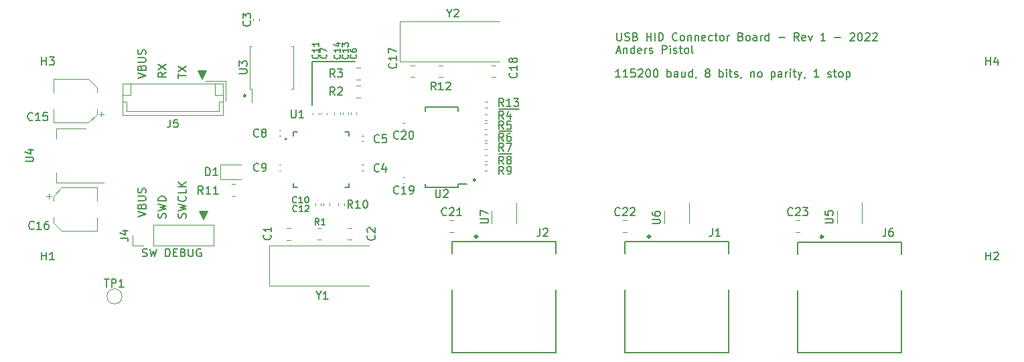
<source format=gbr>
%TF.GenerationSoftware,KiCad,Pcbnew,6.0.5*%
%TF.CreationDate,2022-06-14T18:54:29+02:00*%
%TF.ProjectId,usb host hub,75736220-686f-4737-9420-6875622e6b69,rev?*%
%TF.SameCoordinates,Original*%
%TF.FileFunction,Legend,Top*%
%TF.FilePolarity,Positive*%
%FSLAX46Y46*%
G04 Gerber Fmt 4.6, Leading zero omitted, Abs format (unit mm)*
G04 Created by KiCad (PCBNEW 6.0.5) date 2022-06-14 18:54:29*
%MOMM*%
%LPD*%
G01*
G04 APERTURE LIST*
%ADD10C,0.278200*%
%ADD11C,0.150000*%
%ADD12C,0.200000*%
%ADD13C,0.127000*%
%ADD14C,0.300000*%
%ADD15C,0.120000*%
G04 APERTURE END LIST*
D10*
X79387100Y-69342000D02*
G75*
G03*
X79387100Y-69342000I-139100J0D01*
G01*
D11*
G36*
X73888600Y-67208400D02*
G01*
X73380600Y-66192400D01*
X74396600Y-66192400D01*
X73888600Y-67208400D01*
G37*
X73888600Y-67208400D02*
X73380600Y-66192400D01*
X74396600Y-66192400D01*
X73888600Y-67208400D01*
X87731600Y-65016543D02*
X87731600Y-70553743D01*
D10*
X108444700Y-80010000D02*
G75*
G03*
X108444700Y-80010000I-139100J0D01*
G01*
D11*
X111395200Y-71005700D02*
X113909800Y-71005700D01*
X93218000Y-65016543D02*
X87731600Y-65016543D01*
X111395200Y-73850500D02*
X113020800Y-73850500D01*
G36*
X74015600Y-85039200D02*
G01*
X73507600Y-84023200D01*
X74523600Y-84023200D01*
X74015600Y-85039200D01*
G37*
X74015600Y-85039200D02*
X73507600Y-84023200D01*
X74523600Y-84023200D01*
X74015600Y-85039200D01*
X111395200Y-76695300D02*
X113020800Y-76695300D01*
X126731904Y-67000380D02*
X126160476Y-67000380D01*
X126446190Y-67000380D02*
X126446190Y-66000380D01*
X126350952Y-66143238D01*
X126255714Y-66238476D01*
X126160476Y-66286095D01*
X127684285Y-67000380D02*
X127112857Y-67000380D01*
X127398571Y-67000380D02*
X127398571Y-66000380D01*
X127303333Y-66143238D01*
X127208095Y-66238476D01*
X127112857Y-66286095D01*
X128589047Y-66000380D02*
X128112857Y-66000380D01*
X128065238Y-66476571D01*
X128112857Y-66428952D01*
X128208095Y-66381333D01*
X128446190Y-66381333D01*
X128541428Y-66428952D01*
X128589047Y-66476571D01*
X128636666Y-66571809D01*
X128636666Y-66809904D01*
X128589047Y-66905142D01*
X128541428Y-66952761D01*
X128446190Y-67000380D01*
X128208095Y-67000380D01*
X128112857Y-66952761D01*
X128065238Y-66905142D01*
X129017619Y-66095619D02*
X129065238Y-66048000D01*
X129160476Y-66000380D01*
X129398571Y-66000380D01*
X129493809Y-66048000D01*
X129541428Y-66095619D01*
X129589047Y-66190857D01*
X129589047Y-66286095D01*
X129541428Y-66428952D01*
X128970000Y-67000380D01*
X129589047Y-67000380D01*
X130208095Y-66000380D02*
X130303333Y-66000380D01*
X130398571Y-66048000D01*
X130446190Y-66095619D01*
X130493809Y-66190857D01*
X130541428Y-66381333D01*
X130541428Y-66619428D01*
X130493809Y-66809904D01*
X130446190Y-66905142D01*
X130398571Y-66952761D01*
X130303333Y-67000380D01*
X130208095Y-67000380D01*
X130112857Y-66952761D01*
X130065238Y-66905142D01*
X130017619Y-66809904D01*
X129970000Y-66619428D01*
X129970000Y-66381333D01*
X130017619Y-66190857D01*
X130065238Y-66095619D01*
X130112857Y-66048000D01*
X130208095Y-66000380D01*
X131160476Y-66000380D02*
X131255714Y-66000380D01*
X131350952Y-66048000D01*
X131398571Y-66095619D01*
X131446190Y-66190857D01*
X131493809Y-66381333D01*
X131493809Y-66619428D01*
X131446190Y-66809904D01*
X131398571Y-66905142D01*
X131350952Y-66952761D01*
X131255714Y-67000380D01*
X131160476Y-67000380D01*
X131065238Y-66952761D01*
X131017619Y-66905142D01*
X130970000Y-66809904D01*
X130922380Y-66619428D01*
X130922380Y-66381333D01*
X130970000Y-66190857D01*
X131017619Y-66095619D01*
X131065238Y-66048000D01*
X131160476Y-66000380D01*
X132684285Y-67000380D02*
X132684285Y-66000380D01*
X132684285Y-66381333D02*
X132779523Y-66333714D01*
X132970000Y-66333714D01*
X133065238Y-66381333D01*
X133112857Y-66428952D01*
X133160476Y-66524190D01*
X133160476Y-66809904D01*
X133112857Y-66905142D01*
X133065238Y-66952761D01*
X132970000Y-67000380D01*
X132779523Y-67000380D01*
X132684285Y-66952761D01*
X134017619Y-67000380D02*
X134017619Y-66476571D01*
X133970000Y-66381333D01*
X133874761Y-66333714D01*
X133684285Y-66333714D01*
X133589047Y-66381333D01*
X134017619Y-66952761D02*
X133922380Y-67000380D01*
X133684285Y-67000380D01*
X133589047Y-66952761D01*
X133541428Y-66857523D01*
X133541428Y-66762285D01*
X133589047Y-66667047D01*
X133684285Y-66619428D01*
X133922380Y-66619428D01*
X134017619Y-66571809D01*
X134922380Y-66333714D02*
X134922380Y-67000380D01*
X134493809Y-66333714D02*
X134493809Y-66857523D01*
X134541428Y-66952761D01*
X134636666Y-67000380D01*
X134779523Y-67000380D01*
X134874761Y-66952761D01*
X134922380Y-66905142D01*
X135827142Y-67000380D02*
X135827142Y-66000380D01*
X135827142Y-66952761D02*
X135731904Y-67000380D01*
X135541428Y-67000380D01*
X135446190Y-66952761D01*
X135398571Y-66905142D01*
X135350952Y-66809904D01*
X135350952Y-66524190D01*
X135398571Y-66428952D01*
X135446190Y-66381333D01*
X135541428Y-66333714D01*
X135731904Y-66333714D01*
X135827142Y-66381333D01*
X136350952Y-66952761D02*
X136350952Y-67000380D01*
X136303333Y-67095619D01*
X136255714Y-67143238D01*
X137684285Y-66428952D02*
X137589047Y-66381333D01*
X137541428Y-66333714D01*
X137493809Y-66238476D01*
X137493809Y-66190857D01*
X137541428Y-66095619D01*
X137589047Y-66048000D01*
X137684285Y-66000380D01*
X137874761Y-66000380D01*
X137970000Y-66048000D01*
X138017619Y-66095619D01*
X138065238Y-66190857D01*
X138065238Y-66238476D01*
X138017619Y-66333714D01*
X137970000Y-66381333D01*
X137874761Y-66428952D01*
X137684285Y-66428952D01*
X137589047Y-66476571D01*
X137541428Y-66524190D01*
X137493809Y-66619428D01*
X137493809Y-66809904D01*
X137541428Y-66905142D01*
X137589047Y-66952761D01*
X137684285Y-67000380D01*
X137874761Y-67000380D01*
X137970000Y-66952761D01*
X138017619Y-66905142D01*
X138065238Y-66809904D01*
X138065238Y-66619428D01*
X138017619Y-66524190D01*
X137970000Y-66476571D01*
X137874761Y-66428952D01*
X139255714Y-67000380D02*
X139255714Y-66000380D01*
X139255714Y-66381333D02*
X139350952Y-66333714D01*
X139541428Y-66333714D01*
X139636666Y-66381333D01*
X139684285Y-66428952D01*
X139731904Y-66524190D01*
X139731904Y-66809904D01*
X139684285Y-66905142D01*
X139636666Y-66952761D01*
X139541428Y-67000380D01*
X139350952Y-67000380D01*
X139255714Y-66952761D01*
X140160476Y-67000380D02*
X140160476Y-66333714D01*
X140160476Y-66000380D02*
X140112857Y-66048000D01*
X140160476Y-66095619D01*
X140208095Y-66048000D01*
X140160476Y-66000380D01*
X140160476Y-66095619D01*
X140493809Y-66333714D02*
X140874761Y-66333714D01*
X140636666Y-66000380D02*
X140636666Y-66857523D01*
X140684285Y-66952761D01*
X140779523Y-67000380D01*
X140874761Y-67000380D01*
X141160476Y-66952761D02*
X141255714Y-67000380D01*
X141446190Y-67000380D01*
X141541428Y-66952761D01*
X141589047Y-66857523D01*
X141589047Y-66809904D01*
X141541428Y-66714666D01*
X141446190Y-66667047D01*
X141303333Y-66667047D01*
X141208095Y-66619428D01*
X141160476Y-66524190D01*
X141160476Y-66476571D01*
X141208095Y-66381333D01*
X141303333Y-66333714D01*
X141446190Y-66333714D01*
X141541428Y-66381333D01*
X142065238Y-66952761D02*
X142065238Y-67000380D01*
X142017619Y-67095619D01*
X141970000Y-67143238D01*
X143255714Y-66333714D02*
X143255714Y-67000380D01*
X143255714Y-66428952D02*
X143303333Y-66381333D01*
X143398571Y-66333714D01*
X143541428Y-66333714D01*
X143636666Y-66381333D01*
X143684285Y-66476571D01*
X143684285Y-67000380D01*
X144303333Y-67000380D02*
X144208095Y-66952761D01*
X144160476Y-66905142D01*
X144112857Y-66809904D01*
X144112857Y-66524190D01*
X144160476Y-66428952D01*
X144208095Y-66381333D01*
X144303333Y-66333714D01*
X144446190Y-66333714D01*
X144541428Y-66381333D01*
X144589047Y-66428952D01*
X144636666Y-66524190D01*
X144636666Y-66809904D01*
X144589047Y-66905142D01*
X144541428Y-66952761D01*
X144446190Y-67000380D01*
X144303333Y-67000380D01*
X145827142Y-66333714D02*
X145827142Y-67333714D01*
X145827142Y-66381333D02*
X145922380Y-66333714D01*
X146112857Y-66333714D01*
X146208095Y-66381333D01*
X146255714Y-66428952D01*
X146303333Y-66524190D01*
X146303333Y-66809904D01*
X146255714Y-66905142D01*
X146208095Y-66952761D01*
X146112857Y-67000380D01*
X145922380Y-67000380D01*
X145827142Y-66952761D01*
X147160476Y-67000380D02*
X147160476Y-66476571D01*
X147112857Y-66381333D01*
X147017619Y-66333714D01*
X146827142Y-66333714D01*
X146731904Y-66381333D01*
X147160476Y-66952761D02*
X147065238Y-67000380D01*
X146827142Y-67000380D01*
X146731904Y-66952761D01*
X146684285Y-66857523D01*
X146684285Y-66762285D01*
X146731904Y-66667047D01*
X146827142Y-66619428D01*
X147065238Y-66619428D01*
X147160476Y-66571809D01*
X147636666Y-67000380D02*
X147636666Y-66333714D01*
X147636666Y-66524190D02*
X147684285Y-66428952D01*
X147731904Y-66381333D01*
X147827142Y-66333714D01*
X147922380Y-66333714D01*
X148255714Y-67000380D02*
X148255714Y-66333714D01*
X148255714Y-66000380D02*
X148208095Y-66048000D01*
X148255714Y-66095619D01*
X148303333Y-66048000D01*
X148255714Y-66000380D01*
X148255714Y-66095619D01*
X148589047Y-66333714D02*
X148970000Y-66333714D01*
X148731904Y-66000380D02*
X148731904Y-66857523D01*
X148779523Y-66952761D01*
X148874761Y-67000380D01*
X148970000Y-67000380D01*
X149208095Y-66333714D02*
X149446190Y-67000380D01*
X149684285Y-66333714D02*
X149446190Y-67000380D01*
X149350952Y-67238476D01*
X149303333Y-67286095D01*
X149208095Y-67333714D01*
X150112857Y-66952761D02*
X150112857Y-67000380D01*
X150065238Y-67095619D01*
X150017619Y-67143238D01*
X151827142Y-67000380D02*
X151255714Y-67000380D01*
X151541428Y-67000380D02*
X151541428Y-66000380D01*
X151446190Y-66143238D01*
X151350952Y-66238476D01*
X151255714Y-66286095D01*
X152970000Y-66952761D02*
X153065238Y-67000380D01*
X153255714Y-67000380D01*
X153350952Y-66952761D01*
X153398571Y-66857523D01*
X153398571Y-66809904D01*
X153350952Y-66714666D01*
X153255714Y-66667047D01*
X153112857Y-66667047D01*
X153017619Y-66619428D01*
X152970000Y-66524190D01*
X152970000Y-66476571D01*
X153017619Y-66381333D01*
X153112857Y-66333714D01*
X153255714Y-66333714D01*
X153350952Y-66381333D01*
X153684285Y-66333714D02*
X154065238Y-66333714D01*
X153827142Y-66000380D02*
X153827142Y-66857523D01*
X153874761Y-66952761D01*
X153970000Y-67000380D01*
X154065238Y-67000380D01*
X154541428Y-67000380D02*
X154446190Y-66952761D01*
X154398571Y-66905142D01*
X154350952Y-66809904D01*
X154350952Y-66524190D01*
X154398571Y-66428952D01*
X154446190Y-66381333D01*
X154541428Y-66333714D01*
X154684285Y-66333714D01*
X154779523Y-66381333D01*
X154827142Y-66428952D01*
X154874761Y-66524190D01*
X154874761Y-66809904D01*
X154827142Y-66905142D01*
X154779523Y-66952761D01*
X154684285Y-67000380D01*
X154541428Y-67000380D01*
X155303333Y-66333714D02*
X155303333Y-67333714D01*
X155303333Y-66381333D02*
X155398571Y-66333714D01*
X155589047Y-66333714D01*
X155684285Y-66381333D01*
X155731904Y-66428952D01*
X155779523Y-66524190D01*
X155779523Y-66809904D01*
X155731904Y-66905142D01*
X155684285Y-66952761D01*
X155589047Y-67000380D01*
X155398571Y-67000380D01*
X155303333Y-66952761D01*
X65746380Y-67117261D02*
X66746380Y-66783928D01*
X65746380Y-66450595D01*
X66222571Y-65783928D02*
X66270190Y-65641071D01*
X66317809Y-65593452D01*
X66413047Y-65545833D01*
X66555904Y-65545833D01*
X66651142Y-65593452D01*
X66698761Y-65641071D01*
X66746380Y-65736309D01*
X66746380Y-66117261D01*
X65746380Y-66117261D01*
X65746380Y-65783928D01*
X65794000Y-65688690D01*
X65841619Y-65641071D01*
X65936857Y-65593452D01*
X66032095Y-65593452D01*
X66127333Y-65641071D01*
X66174952Y-65688690D01*
X66222571Y-65783928D01*
X66222571Y-66117261D01*
X65746380Y-65117261D02*
X66555904Y-65117261D01*
X66651142Y-65069642D01*
X66698761Y-65022023D01*
X66746380Y-64926785D01*
X66746380Y-64736309D01*
X66698761Y-64641071D01*
X66651142Y-64593452D01*
X66555904Y-64545833D01*
X65746380Y-64545833D01*
X66698761Y-64117261D02*
X66746380Y-63974404D01*
X66746380Y-63736309D01*
X66698761Y-63641071D01*
X66651142Y-63593452D01*
X66555904Y-63545833D01*
X66460666Y-63545833D01*
X66365428Y-63593452D01*
X66317809Y-63641071D01*
X66270190Y-63736309D01*
X66222571Y-63926785D01*
X66174952Y-64022023D01*
X66127333Y-64069642D01*
X66032095Y-64117261D01*
X65936857Y-64117261D01*
X65841619Y-64069642D01*
X65794000Y-64022023D01*
X65746380Y-63926785D01*
X65746380Y-63688690D01*
X65794000Y-63545833D01*
X69286380Y-66402976D02*
X68810190Y-66736309D01*
X69286380Y-66974404D02*
X68286380Y-66974404D01*
X68286380Y-66593452D01*
X68334000Y-66498214D01*
X68381619Y-66450595D01*
X68476857Y-66402976D01*
X68619714Y-66402976D01*
X68714952Y-66450595D01*
X68762571Y-66498214D01*
X68810190Y-66593452D01*
X68810190Y-66974404D01*
X68286380Y-66069642D02*
X69286380Y-65402976D01*
X68286380Y-65402976D02*
X69286380Y-66069642D01*
X71778761Y-84802023D02*
X71826380Y-84659166D01*
X71826380Y-84421071D01*
X71778761Y-84325833D01*
X71731142Y-84278214D01*
X71635904Y-84230595D01*
X71540666Y-84230595D01*
X71445428Y-84278214D01*
X71397809Y-84325833D01*
X71350190Y-84421071D01*
X71302571Y-84611547D01*
X71254952Y-84706785D01*
X71207333Y-84754404D01*
X71112095Y-84802023D01*
X71016857Y-84802023D01*
X70921619Y-84754404D01*
X70874000Y-84706785D01*
X70826380Y-84611547D01*
X70826380Y-84373452D01*
X70874000Y-84230595D01*
X70826380Y-83897261D02*
X71826380Y-83659166D01*
X71112095Y-83468690D01*
X71826380Y-83278214D01*
X70826380Y-83040119D01*
X71731142Y-82087738D02*
X71778761Y-82135357D01*
X71826380Y-82278214D01*
X71826380Y-82373452D01*
X71778761Y-82516309D01*
X71683523Y-82611547D01*
X71588285Y-82659166D01*
X71397809Y-82706785D01*
X71254952Y-82706785D01*
X71064476Y-82659166D01*
X70969238Y-82611547D01*
X70874000Y-82516309D01*
X70826380Y-82373452D01*
X70826380Y-82278214D01*
X70874000Y-82135357D01*
X70921619Y-82087738D01*
X71826380Y-81182976D02*
X71826380Y-81659166D01*
X70826380Y-81659166D01*
X71826380Y-80849642D02*
X70826380Y-80849642D01*
X71826380Y-80278214D02*
X71254952Y-80706785D01*
X70826380Y-80278214D02*
X71397809Y-80849642D01*
X66338914Y-89660361D02*
X66481771Y-89707980D01*
X66719866Y-89707980D01*
X66815104Y-89660361D01*
X66862723Y-89612742D01*
X66910342Y-89517504D01*
X66910342Y-89422266D01*
X66862723Y-89327028D01*
X66815104Y-89279409D01*
X66719866Y-89231790D01*
X66529390Y-89184171D01*
X66434152Y-89136552D01*
X66386533Y-89088933D01*
X66338914Y-88993695D01*
X66338914Y-88898457D01*
X66386533Y-88803219D01*
X66434152Y-88755600D01*
X66529390Y-88707980D01*
X66767485Y-88707980D01*
X66910342Y-88755600D01*
X67243676Y-88707980D02*
X67481771Y-89707980D01*
X67672247Y-88993695D01*
X67862723Y-89707980D01*
X68100819Y-88707980D01*
X69243676Y-89707980D02*
X69243676Y-88707980D01*
X69481771Y-88707980D01*
X69624628Y-88755600D01*
X69719866Y-88850838D01*
X69767485Y-88946076D01*
X69815104Y-89136552D01*
X69815104Y-89279409D01*
X69767485Y-89469885D01*
X69719866Y-89565123D01*
X69624628Y-89660361D01*
X69481771Y-89707980D01*
X69243676Y-89707980D01*
X70243676Y-89184171D02*
X70577009Y-89184171D01*
X70719866Y-89707980D02*
X70243676Y-89707980D01*
X70243676Y-88707980D01*
X70719866Y-88707980D01*
X71481771Y-89184171D02*
X71624628Y-89231790D01*
X71672247Y-89279409D01*
X71719866Y-89374647D01*
X71719866Y-89517504D01*
X71672247Y-89612742D01*
X71624628Y-89660361D01*
X71529390Y-89707980D01*
X71148438Y-89707980D01*
X71148438Y-88707980D01*
X71481771Y-88707980D01*
X71577009Y-88755600D01*
X71624628Y-88803219D01*
X71672247Y-88898457D01*
X71672247Y-88993695D01*
X71624628Y-89088933D01*
X71577009Y-89136552D01*
X71481771Y-89184171D01*
X71148438Y-89184171D01*
X72148438Y-88707980D02*
X72148438Y-89517504D01*
X72196057Y-89612742D01*
X72243676Y-89660361D01*
X72338914Y-89707980D01*
X72529390Y-89707980D01*
X72624628Y-89660361D01*
X72672247Y-89612742D01*
X72719866Y-89517504D01*
X72719866Y-88707980D01*
X73719866Y-88755600D02*
X73624628Y-88707980D01*
X73481771Y-88707980D01*
X73338914Y-88755600D01*
X73243676Y-88850838D01*
X73196057Y-88946076D01*
X73148438Y-89136552D01*
X73148438Y-89279409D01*
X73196057Y-89469885D01*
X73243676Y-89565123D01*
X73338914Y-89660361D01*
X73481771Y-89707980D01*
X73577009Y-89707980D01*
X73719866Y-89660361D01*
X73767485Y-89612742D01*
X73767485Y-89279409D01*
X73577009Y-89279409D01*
X69238761Y-84802023D02*
X69286380Y-84659166D01*
X69286380Y-84421071D01*
X69238761Y-84325833D01*
X69191142Y-84278214D01*
X69095904Y-84230595D01*
X69000666Y-84230595D01*
X68905428Y-84278214D01*
X68857809Y-84325833D01*
X68810190Y-84421071D01*
X68762571Y-84611547D01*
X68714952Y-84706785D01*
X68667333Y-84754404D01*
X68572095Y-84802023D01*
X68476857Y-84802023D01*
X68381619Y-84754404D01*
X68334000Y-84706785D01*
X68286380Y-84611547D01*
X68286380Y-84373452D01*
X68334000Y-84230595D01*
X68286380Y-83897261D02*
X69286380Y-83659166D01*
X68572095Y-83468690D01*
X69286380Y-83278214D01*
X68286380Y-83040119D01*
X69286380Y-82659166D02*
X68286380Y-82659166D01*
X68286380Y-82421071D01*
X68334000Y-82278214D01*
X68429238Y-82182976D01*
X68524476Y-82135357D01*
X68714952Y-82087738D01*
X68857809Y-82087738D01*
X69048285Y-82135357D01*
X69143523Y-82182976D01*
X69238761Y-82278214D01*
X69286380Y-82421071D01*
X69286380Y-82659166D01*
X65746380Y-84643261D02*
X66746380Y-84309928D01*
X65746380Y-83976595D01*
X66222571Y-83309928D02*
X66270190Y-83167071D01*
X66317809Y-83119452D01*
X66413047Y-83071833D01*
X66555904Y-83071833D01*
X66651142Y-83119452D01*
X66698761Y-83167071D01*
X66746380Y-83262309D01*
X66746380Y-83643261D01*
X65746380Y-83643261D01*
X65746380Y-83309928D01*
X65794000Y-83214690D01*
X65841619Y-83167071D01*
X65936857Y-83119452D01*
X66032095Y-83119452D01*
X66127333Y-83167071D01*
X66174952Y-83214690D01*
X66222571Y-83309928D01*
X66222571Y-83643261D01*
X65746380Y-82643261D02*
X66555904Y-82643261D01*
X66651142Y-82595642D01*
X66698761Y-82548023D01*
X66746380Y-82452785D01*
X66746380Y-82262309D01*
X66698761Y-82167071D01*
X66651142Y-82119452D01*
X66555904Y-82071833D01*
X65746380Y-82071833D01*
X66698761Y-81643261D02*
X66746380Y-81500404D01*
X66746380Y-81262309D01*
X66698761Y-81167071D01*
X66651142Y-81119452D01*
X66555904Y-81071833D01*
X66460666Y-81071833D01*
X66365428Y-81119452D01*
X66317809Y-81167071D01*
X66270190Y-81262309D01*
X66222571Y-81452785D01*
X66174952Y-81548023D01*
X66127333Y-81595642D01*
X66032095Y-81643261D01*
X65936857Y-81643261D01*
X65841619Y-81595642D01*
X65794000Y-81548023D01*
X65746380Y-81452785D01*
X65746380Y-81214690D01*
X65794000Y-81071833D01*
X126319595Y-61385380D02*
X126319595Y-62194904D01*
X126367214Y-62290142D01*
X126414833Y-62337761D01*
X126510071Y-62385380D01*
X126700547Y-62385380D01*
X126795785Y-62337761D01*
X126843404Y-62290142D01*
X126891023Y-62194904D01*
X126891023Y-61385380D01*
X127319595Y-62337761D02*
X127462452Y-62385380D01*
X127700547Y-62385380D01*
X127795785Y-62337761D01*
X127843404Y-62290142D01*
X127891023Y-62194904D01*
X127891023Y-62099666D01*
X127843404Y-62004428D01*
X127795785Y-61956809D01*
X127700547Y-61909190D01*
X127510071Y-61861571D01*
X127414833Y-61813952D01*
X127367214Y-61766333D01*
X127319595Y-61671095D01*
X127319595Y-61575857D01*
X127367214Y-61480619D01*
X127414833Y-61433000D01*
X127510071Y-61385380D01*
X127748166Y-61385380D01*
X127891023Y-61433000D01*
X128652928Y-61861571D02*
X128795785Y-61909190D01*
X128843404Y-61956809D01*
X128891023Y-62052047D01*
X128891023Y-62194904D01*
X128843404Y-62290142D01*
X128795785Y-62337761D01*
X128700547Y-62385380D01*
X128319595Y-62385380D01*
X128319595Y-61385380D01*
X128652928Y-61385380D01*
X128748166Y-61433000D01*
X128795785Y-61480619D01*
X128843404Y-61575857D01*
X128843404Y-61671095D01*
X128795785Y-61766333D01*
X128748166Y-61813952D01*
X128652928Y-61861571D01*
X128319595Y-61861571D01*
X130081500Y-62385380D02*
X130081500Y-61385380D01*
X130081500Y-61861571D02*
X130652928Y-61861571D01*
X130652928Y-62385380D02*
X130652928Y-61385380D01*
X131129119Y-62385380D02*
X131129119Y-61385380D01*
X131605309Y-62385380D02*
X131605309Y-61385380D01*
X131843404Y-61385380D01*
X131986261Y-61433000D01*
X132081500Y-61528238D01*
X132129119Y-61623476D01*
X132176738Y-61813952D01*
X132176738Y-61956809D01*
X132129119Y-62147285D01*
X132081500Y-62242523D01*
X131986261Y-62337761D01*
X131843404Y-62385380D01*
X131605309Y-62385380D01*
X133938642Y-62290142D02*
X133891023Y-62337761D01*
X133748166Y-62385380D01*
X133652928Y-62385380D01*
X133510071Y-62337761D01*
X133414833Y-62242523D01*
X133367214Y-62147285D01*
X133319595Y-61956809D01*
X133319595Y-61813952D01*
X133367214Y-61623476D01*
X133414833Y-61528238D01*
X133510071Y-61433000D01*
X133652928Y-61385380D01*
X133748166Y-61385380D01*
X133891023Y-61433000D01*
X133938642Y-61480619D01*
X134510071Y-62385380D02*
X134414833Y-62337761D01*
X134367214Y-62290142D01*
X134319595Y-62194904D01*
X134319595Y-61909190D01*
X134367214Y-61813952D01*
X134414833Y-61766333D01*
X134510071Y-61718714D01*
X134652928Y-61718714D01*
X134748166Y-61766333D01*
X134795785Y-61813952D01*
X134843404Y-61909190D01*
X134843404Y-62194904D01*
X134795785Y-62290142D01*
X134748166Y-62337761D01*
X134652928Y-62385380D01*
X134510071Y-62385380D01*
X135271976Y-61718714D02*
X135271976Y-62385380D01*
X135271976Y-61813952D02*
X135319595Y-61766333D01*
X135414833Y-61718714D01*
X135557690Y-61718714D01*
X135652928Y-61766333D01*
X135700547Y-61861571D01*
X135700547Y-62385380D01*
X136176738Y-61718714D02*
X136176738Y-62385380D01*
X136176738Y-61813952D02*
X136224357Y-61766333D01*
X136319595Y-61718714D01*
X136462452Y-61718714D01*
X136557690Y-61766333D01*
X136605309Y-61861571D01*
X136605309Y-62385380D01*
X137462452Y-62337761D02*
X137367214Y-62385380D01*
X137176738Y-62385380D01*
X137081500Y-62337761D01*
X137033880Y-62242523D01*
X137033880Y-61861571D01*
X137081500Y-61766333D01*
X137176738Y-61718714D01*
X137367214Y-61718714D01*
X137462452Y-61766333D01*
X137510071Y-61861571D01*
X137510071Y-61956809D01*
X137033880Y-62052047D01*
X138367214Y-62337761D02*
X138271976Y-62385380D01*
X138081500Y-62385380D01*
X137986261Y-62337761D01*
X137938642Y-62290142D01*
X137891023Y-62194904D01*
X137891023Y-61909190D01*
X137938642Y-61813952D01*
X137986261Y-61766333D01*
X138081500Y-61718714D01*
X138271976Y-61718714D01*
X138367214Y-61766333D01*
X138652928Y-61718714D02*
X139033880Y-61718714D01*
X138795785Y-61385380D02*
X138795785Y-62242523D01*
X138843404Y-62337761D01*
X138938642Y-62385380D01*
X139033880Y-62385380D01*
X139510071Y-62385380D02*
X139414833Y-62337761D01*
X139367214Y-62290142D01*
X139319595Y-62194904D01*
X139319595Y-61909190D01*
X139367214Y-61813952D01*
X139414833Y-61766333D01*
X139510071Y-61718714D01*
X139652928Y-61718714D01*
X139748166Y-61766333D01*
X139795785Y-61813952D01*
X139843404Y-61909190D01*
X139843404Y-62194904D01*
X139795785Y-62290142D01*
X139748166Y-62337761D01*
X139652928Y-62385380D01*
X139510071Y-62385380D01*
X140271976Y-62385380D02*
X140271976Y-61718714D01*
X140271976Y-61909190D02*
X140319595Y-61813952D01*
X140367214Y-61766333D01*
X140462452Y-61718714D01*
X140557690Y-61718714D01*
X141986261Y-61861571D02*
X142129119Y-61909190D01*
X142176738Y-61956809D01*
X142224357Y-62052047D01*
X142224357Y-62194904D01*
X142176738Y-62290142D01*
X142129119Y-62337761D01*
X142033880Y-62385380D01*
X141652928Y-62385380D01*
X141652928Y-61385380D01*
X141986261Y-61385380D01*
X142081500Y-61433000D01*
X142129119Y-61480619D01*
X142176738Y-61575857D01*
X142176738Y-61671095D01*
X142129119Y-61766333D01*
X142081500Y-61813952D01*
X141986261Y-61861571D01*
X141652928Y-61861571D01*
X142795785Y-62385380D02*
X142700547Y-62337761D01*
X142652928Y-62290142D01*
X142605309Y-62194904D01*
X142605309Y-61909190D01*
X142652928Y-61813952D01*
X142700547Y-61766333D01*
X142795785Y-61718714D01*
X142938642Y-61718714D01*
X143033880Y-61766333D01*
X143081500Y-61813952D01*
X143129119Y-61909190D01*
X143129119Y-62194904D01*
X143081500Y-62290142D01*
X143033880Y-62337761D01*
X142938642Y-62385380D01*
X142795785Y-62385380D01*
X143986261Y-62385380D02*
X143986261Y-61861571D01*
X143938642Y-61766333D01*
X143843404Y-61718714D01*
X143652928Y-61718714D01*
X143557690Y-61766333D01*
X143986261Y-62337761D02*
X143891023Y-62385380D01*
X143652928Y-62385380D01*
X143557690Y-62337761D01*
X143510071Y-62242523D01*
X143510071Y-62147285D01*
X143557690Y-62052047D01*
X143652928Y-62004428D01*
X143891023Y-62004428D01*
X143986261Y-61956809D01*
X144462452Y-62385380D02*
X144462452Y-61718714D01*
X144462452Y-61909190D02*
X144510071Y-61813952D01*
X144557690Y-61766333D01*
X144652928Y-61718714D01*
X144748166Y-61718714D01*
X145510071Y-62385380D02*
X145510071Y-61385380D01*
X145510071Y-62337761D02*
X145414833Y-62385380D01*
X145224357Y-62385380D01*
X145129119Y-62337761D01*
X145081500Y-62290142D01*
X145033880Y-62194904D01*
X145033880Y-61909190D01*
X145081500Y-61813952D01*
X145129119Y-61766333D01*
X145224357Y-61718714D01*
X145414833Y-61718714D01*
X145510071Y-61766333D01*
X146748166Y-62004428D02*
X147510071Y-62004428D01*
X149319595Y-62385380D02*
X148986261Y-61909190D01*
X148748166Y-62385380D02*
X148748166Y-61385380D01*
X149129119Y-61385380D01*
X149224357Y-61433000D01*
X149271976Y-61480619D01*
X149319595Y-61575857D01*
X149319595Y-61718714D01*
X149271976Y-61813952D01*
X149224357Y-61861571D01*
X149129119Y-61909190D01*
X148748166Y-61909190D01*
X150129119Y-62337761D02*
X150033880Y-62385380D01*
X149843404Y-62385380D01*
X149748166Y-62337761D01*
X149700547Y-62242523D01*
X149700547Y-61861571D01*
X149748166Y-61766333D01*
X149843404Y-61718714D01*
X150033880Y-61718714D01*
X150129119Y-61766333D01*
X150176738Y-61861571D01*
X150176738Y-61956809D01*
X149700547Y-62052047D01*
X150510071Y-61718714D02*
X150748166Y-62385380D01*
X150986261Y-61718714D01*
X152652928Y-62385380D02*
X152081500Y-62385380D01*
X152367214Y-62385380D02*
X152367214Y-61385380D01*
X152271976Y-61528238D01*
X152176738Y-61623476D01*
X152081500Y-61671095D01*
X153843404Y-62004428D02*
X154605309Y-62004428D01*
X155795785Y-61480619D02*
X155843404Y-61433000D01*
X155938642Y-61385380D01*
X156176738Y-61385380D01*
X156271976Y-61433000D01*
X156319595Y-61480619D01*
X156367214Y-61575857D01*
X156367214Y-61671095D01*
X156319595Y-61813952D01*
X155748166Y-62385380D01*
X156367214Y-62385380D01*
X156986261Y-61385380D02*
X157081500Y-61385380D01*
X157176738Y-61433000D01*
X157224357Y-61480619D01*
X157271976Y-61575857D01*
X157319595Y-61766333D01*
X157319595Y-62004428D01*
X157271976Y-62194904D01*
X157224357Y-62290142D01*
X157176738Y-62337761D01*
X157081500Y-62385380D01*
X156986261Y-62385380D01*
X156891023Y-62337761D01*
X156843404Y-62290142D01*
X156795785Y-62194904D01*
X156748166Y-62004428D01*
X156748166Y-61766333D01*
X156795785Y-61575857D01*
X156843404Y-61480619D01*
X156891023Y-61433000D01*
X156986261Y-61385380D01*
X157700547Y-61480619D02*
X157748166Y-61433000D01*
X157843404Y-61385380D01*
X158081500Y-61385380D01*
X158176738Y-61433000D01*
X158224357Y-61480619D01*
X158271976Y-61575857D01*
X158271976Y-61671095D01*
X158224357Y-61813952D01*
X157652928Y-62385380D01*
X158271976Y-62385380D01*
X158652928Y-61480619D02*
X158700547Y-61433000D01*
X158795785Y-61385380D01*
X159033880Y-61385380D01*
X159129119Y-61433000D01*
X159176738Y-61480619D01*
X159224357Y-61575857D01*
X159224357Y-61671095D01*
X159176738Y-61813952D01*
X158605309Y-62385380D01*
X159224357Y-62385380D01*
X126271976Y-63709666D02*
X126748166Y-63709666D01*
X126176738Y-63995380D02*
X126510071Y-62995380D01*
X126843404Y-63995380D01*
X127176738Y-63328714D02*
X127176738Y-63995380D01*
X127176738Y-63423952D02*
X127224357Y-63376333D01*
X127319595Y-63328714D01*
X127462452Y-63328714D01*
X127557690Y-63376333D01*
X127605309Y-63471571D01*
X127605309Y-63995380D01*
X128510071Y-63995380D02*
X128510071Y-62995380D01*
X128510071Y-63947761D02*
X128414833Y-63995380D01*
X128224357Y-63995380D01*
X128129119Y-63947761D01*
X128081500Y-63900142D01*
X128033880Y-63804904D01*
X128033880Y-63519190D01*
X128081500Y-63423952D01*
X128129119Y-63376333D01*
X128224357Y-63328714D01*
X128414833Y-63328714D01*
X128510071Y-63376333D01*
X129367214Y-63947761D02*
X129271976Y-63995380D01*
X129081500Y-63995380D01*
X128986261Y-63947761D01*
X128938642Y-63852523D01*
X128938642Y-63471571D01*
X128986261Y-63376333D01*
X129081500Y-63328714D01*
X129271976Y-63328714D01*
X129367214Y-63376333D01*
X129414833Y-63471571D01*
X129414833Y-63566809D01*
X128938642Y-63662047D01*
X129843404Y-63995380D02*
X129843404Y-63328714D01*
X129843404Y-63519190D02*
X129891023Y-63423952D01*
X129938642Y-63376333D01*
X130033880Y-63328714D01*
X130129119Y-63328714D01*
X130414833Y-63947761D02*
X130510071Y-63995380D01*
X130700547Y-63995380D01*
X130795785Y-63947761D01*
X130843404Y-63852523D01*
X130843404Y-63804904D01*
X130795785Y-63709666D01*
X130700547Y-63662047D01*
X130557690Y-63662047D01*
X130462452Y-63614428D01*
X130414833Y-63519190D01*
X130414833Y-63471571D01*
X130462452Y-63376333D01*
X130557690Y-63328714D01*
X130700547Y-63328714D01*
X130795785Y-63376333D01*
X132033880Y-63995380D02*
X132033880Y-62995380D01*
X132414833Y-62995380D01*
X132510071Y-63043000D01*
X132557690Y-63090619D01*
X132605309Y-63185857D01*
X132605309Y-63328714D01*
X132557690Y-63423952D01*
X132510071Y-63471571D01*
X132414833Y-63519190D01*
X132033880Y-63519190D01*
X133033880Y-63995380D02*
X133033880Y-63328714D01*
X133033880Y-62995380D02*
X132986261Y-63043000D01*
X133033880Y-63090619D01*
X133081500Y-63043000D01*
X133033880Y-62995380D01*
X133033880Y-63090619D01*
X133462452Y-63947761D02*
X133557690Y-63995380D01*
X133748166Y-63995380D01*
X133843404Y-63947761D01*
X133891023Y-63852523D01*
X133891023Y-63804904D01*
X133843404Y-63709666D01*
X133748166Y-63662047D01*
X133605309Y-63662047D01*
X133510071Y-63614428D01*
X133462452Y-63519190D01*
X133462452Y-63471571D01*
X133510071Y-63376333D01*
X133605309Y-63328714D01*
X133748166Y-63328714D01*
X133843404Y-63376333D01*
X134176738Y-63328714D02*
X134557690Y-63328714D01*
X134319595Y-62995380D02*
X134319595Y-63852523D01*
X134367214Y-63947761D01*
X134462452Y-63995380D01*
X134557690Y-63995380D01*
X135033880Y-63995380D02*
X134938642Y-63947761D01*
X134891023Y-63900142D01*
X134843404Y-63804904D01*
X134843404Y-63519190D01*
X134891023Y-63423952D01*
X134938642Y-63376333D01*
X135033880Y-63328714D01*
X135176738Y-63328714D01*
X135271976Y-63376333D01*
X135319595Y-63423952D01*
X135367214Y-63519190D01*
X135367214Y-63804904D01*
X135319595Y-63900142D01*
X135271976Y-63947761D01*
X135176738Y-63995380D01*
X135033880Y-63995380D01*
X135938642Y-63995380D02*
X135843404Y-63947761D01*
X135795785Y-63852523D01*
X135795785Y-62995380D01*
X70826380Y-67117261D02*
X70826380Y-66545833D01*
X71826380Y-66831547D02*
X70826380Y-66831547D01*
X70826380Y-66307738D02*
X71826380Y-65641071D01*
X70826380Y-65641071D02*
X71826380Y-66307738D01*
%TO.C,U1*%
X85138095Y-71156980D02*
X85138095Y-71966504D01*
X85185714Y-72061742D01*
X85233333Y-72109361D01*
X85328571Y-72156980D01*
X85519047Y-72156980D01*
X85614285Y-72109361D01*
X85661904Y-72061742D01*
X85709523Y-71966504D01*
X85709523Y-71156980D01*
X86709523Y-72156980D02*
X86138095Y-72156980D01*
X86423809Y-72156980D02*
X86423809Y-71156980D01*
X86328571Y-71299838D01*
X86233333Y-71395076D01*
X86138095Y-71442695D01*
%TO.C,J6*%
X160266328Y-86151824D02*
X160266328Y-86866836D01*
X160218660Y-87009838D01*
X160123325Y-87105173D01*
X159980323Y-87152840D01*
X159884988Y-87152840D01*
X161172009Y-86151824D02*
X160981339Y-86151824D01*
X160886004Y-86199492D01*
X160838337Y-86247159D01*
X160743002Y-86390161D01*
X160695334Y-86580831D01*
X160695334Y-86962170D01*
X160743002Y-87057505D01*
X160790669Y-87105173D01*
X160886004Y-87152840D01*
X161076674Y-87152840D01*
X161172009Y-87105173D01*
X161219676Y-87057505D01*
X161267344Y-86962170D01*
X161267344Y-86723833D01*
X161219676Y-86628498D01*
X161172009Y-86580831D01*
X161076674Y-86533164D01*
X160886004Y-86533164D01*
X160790669Y-86580831D01*
X160743002Y-86628498D01*
X160695334Y-86723833D01*
%TO.C,J2*%
X116566328Y-86151824D02*
X116566328Y-86866836D01*
X116518660Y-87009838D01*
X116423325Y-87105173D01*
X116280323Y-87152840D01*
X116184988Y-87152840D01*
X116995334Y-86247159D02*
X117043002Y-86199492D01*
X117138337Y-86151824D01*
X117376674Y-86151824D01*
X117472009Y-86199492D01*
X117519676Y-86247159D01*
X117567344Y-86342494D01*
X117567344Y-86437829D01*
X117519676Y-86580831D01*
X116947667Y-87152840D01*
X117567344Y-87152840D01*
%TO.C,J1*%
X138366328Y-86151824D02*
X138366328Y-86866836D01*
X138318660Y-87009838D01*
X138223325Y-87105173D01*
X138080323Y-87152840D01*
X137984988Y-87152840D01*
X139367344Y-87152840D02*
X138795334Y-87152840D01*
X139081339Y-87152840D02*
X139081339Y-86151824D01*
X138986004Y-86294826D01*
X138890669Y-86390161D01*
X138795334Y-86437829D01*
%TO.C,J5*%
X69830666Y-72356380D02*
X69830666Y-73070666D01*
X69783047Y-73213523D01*
X69687809Y-73308761D01*
X69544952Y-73356380D01*
X69449714Y-73356380D01*
X70783047Y-72356380D02*
X70306857Y-72356380D01*
X70259238Y-72832571D01*
X70306857Y-72784952D01*
X70402095Y-72737333D01*
X70640190Y-72737333D01*
X70735428Y-72784952D01*
X70783047Y-72832571D01*
X70830666Y-72927809D01*
X70830666Y-73165904D01*
X70783047Y-73261142D01*
X70735428Y-73308761D01*
X70640190Y-73356380D01*
X70402095Y-73356380D01*
X70306857Y-73308761D01*
X70259238Y-73261142D01*
%TO.C,U6*%
X130764880Y-85558304D02*
X131574404Y-85558304D01*
X131669642Y-85510685D01*
X131717261Y-85463066D01*
X131764880Y-85367828D01*
X131764880Y-85177352D01*
X131717261Y-85082114D01*
X131669642Y-85034495D01*
X131574404Y-84986876D01*
X130764880Y-84986876D01*
X130764880Y-84082114D02*
X130764880Y-84272590D01*
X130812500Y-84367828D01*
X130860119Y-84415447D01*
X131002976Y-84510685D01*
X131193452Y-84558304D01*
X131574404Y-84558304D01*
X131669642Y-84510685D01*
X131717261Y-84463066D01*
X131764880Y-84367828D01*
X131764880Y-84177352D01*
X131717261Y-84082114D01*
X131669642Y-84034495D01*
X131574404Y-83986876D01*
X131336309Y-83986876D01*
X131241071Y-84034495D01*
X131193452Y-84082114D01*
X131145833Y-84177352D01*
X131145833Y-84367828D01*
X131193452Y-84463066D01*
X131241071Y-84510685D01*
X131336309Y-84558304D01*
%TO.C,R4*%
X111990533Y-72321680D02*
X111657200Y-71845490D01*
X111419104Y-72321680D02*
X111419104Y-71321680D01*
X111800057Y-71321680D01*
X111895295Y-71369300D01*
X111942914Y-71416919D01*
X111990533Y-71512157D01*
X111990533Y-71655014D01*
X111942914Y-71750252D01*
X111895295Y-71797871D01*
X111800057Y-71845490D01*
X111419104Y-71845490D01*
X112847676Y-71655014D02*
X112847676Y-72321680D01*
X112609580Y-71274061D02*
X112371485Y-71988347D01*
X112990533Y-71988347D01*
%TO.C,C1*%
X82509631Y-86958466D02*
X82557250Y-87006085D01*
X82604869Y-87148942D01*
X82604869Y-87244180D01*
X82557250Y-87387038D01*
X82462012Y-87482276D01*
X82366774Y-87529895D01*
X82176298Y-87577514D01*
X82033441Y-87577514D01*
X81842965Y-87529895D01*
X81747727Y-87482276D01*
X81652489Y-87387038D01*
X81604869Y-87244180D01*
X81604869Y-87148942D01*
X81652489Y-87006085D01*
X81700108Y-86958466D01*
X82604869Y-86006085D02*
X82604869Y-86577514D01*
X82604869Y-86291800D02*
X81604869Y-86291800D01*
X81747727Y-86387038D01*
X81842965Y-86482276D01*
X81890584Y-86577514D01*
%TO.C,D1*%
X74321204Y-79446380D02*
X74321204Y-78446380D01*
X74559300Y-78446380D01*
X74702157Y-78494000D01*
X74797395Y-78589238D01*
X74845014Y-78684476D01*
X74892633Y-78874952D01*
X74892633Y-79017809D01*
X74845014Y-79208285D01*
X74797395Y-79303523D01*
X74702157Y-79398761D01*
X74559300Y-79446380D01*
X74321204Y-79446380D01*
X75845014Y-79446380D02*
X75273585Y-79446380D01*
X75559300Y-79446380D02*
X75559300Y-78446380D01*
X75464061Y-78589238D01*
X75368823Y-78684476D01*
X75273585Y-78732095D01*
%TO.C,C13*%
X92284514Y-64159228D02*
X92322609Y-64197323D01*
X92360704Y-64311609D01*
X92360704Y-64387800D01*
X92322609Y-64502085D01*
X92246419Y-64578276D01*
X92170228Y-64616371D01*
X92017847Y-64654466D01*
X91903561Y-64654466D01*
X91751180Y-64616371D01*
X91674990Y-64578276D01*
X91598800Y-64502085D01*
X91560704Y-64387800D01*
X91560704Y-64311609D01*
X91598800Y-64197323D01*
X91636895Y-64159228D01*
X92360704Y-63397323D02*
X92360704Y-63854466D01*
X92360704Y-63625895D02*
X91560704Y-63625895D01*
X91674990Y-63702085D01*
X91751180Y-63778276D01*
X91789276Y-63854466D01*
X91560704Y-63130657D02*
X91560704Y-62635419D01*
X91865466Y-62902085D01*
X91865466Y-62787800D01*
X91903561Y-62711609D01*
X91941657Y-62673514D01*
X92017847Y-62635419D01*
X92208323Y-62635419D01*
X92284514Y-62673514D01*
X92322609Y-62711609D01*
X92360704Y-62787800D01*
X92360704Y-63016371D01*
X92322609Y-63092562D01*
X92284514Y-63130657D01*
%TO.C,Y1*%
X88585098Y-94616590D02*
X88585098Y-95092780D01*
X88251765Y-94092780D02*
X88585098Y-94616590D01*
X88918431Y-94092780D01*
X89775574Y-95092780D02*
X89204146Y-95092780D01*
X89489860Y-95092780D02*
X89489860Y-94092780D01*
X89394622Y-94235638D01*
X89299384Y-94330876D01*
X89204146Y-94378495D01*
%TO.C,C4*%
X96223733Y-78875999D02*
X96176114Y-78923618D01*
X96033257Y-78971237D01*
X95938019Y-78971237D01*
X95795161Y-78923618D01*
X95699923Y-78828380D01*
X95652304Y-78733142D01*
X95604685Y-78542666D01*
X95604685Y-78399809D01*
X95652304Y-78209333D01*
X95699923Y-78114095D01*
X95795161Y-78018857D01*
X95938019Y-77971237D01*
X96033257Y-77971237D01*
X96176114Y-78018857D01*
X96223733Y-78066476D01*
X97080876Y-78304571D02*
X97080876Y-78971237D01*
X96842780Y-77923618D02*
X96604685Y-78637904D01*
X97223733Y-78637904D01*
%TO.C,TP1*%
X61526895Y-92546380D02*
X62098323Y-92546380D01*
X61812609Y-93546380D02*
X61812609Y-92546380D01*
X62431657Y-93546380D02*
X62431657Y-92546380D01*
X62812609Y-92546380D01*
X62907847Y-92594000D01*
X62955466Y-92641619D01*
X63003085Y-92736857D01*
X63003085Y-92879714D01*
X62955466Y-92974952D01*
X62907847Y-93022571D01*
X62812609Y-93070190D01*
X62431657Y-93070190D01*
X63955466Y-93546380D02*
X63384038Y-93546380D01*
X63669752Y-93546380D02*
X63669752Y-92546380D01*
X63574514Y-92689238D01*
X63479276Y-92784476D01*
X63384038Y-92832095D01*
%TO.C,C6*%
X93300514Y-64141333D02*
X93338609Y-64179428D01*
X93376704Y-64293714D01*
X93376704Y-64369904D01*
X93338609Y-64484190D01*
X93262419Y-64560380D01*
X93186228Y-64598476D01*
X93033847Y-64636571D01*
X92919561Y-64636571D01*
X92767180Y-64598476D01*
X92690990Y-64560380D01*
X92614800Y-64484190D01*
X92576704Y-64369904D01*
X92576704Y-64293714D01*
X92614800Y-64179428D01*
X92652895Y-64141333D01*
X92576704Y-63455619D02*
X92576704Y-63608000D01*
X92614800Y-63684190D01*
X92652895Y-63722285D01*
X92767180Y-63798476D01*
X92919561Y-63836571D01*
X93224323Y-63836571D01*
X93300514Y-63798476D01*
X93338609Y-63760380D01*
X93376704Y-63684190D01*
X93376704Y-63531809D01*
X93338609Y-63455619D01*
X93300514Y-63417523D01*
X93224323Y-63379428D01*
X93033847Y-63379428D01*
X92957657Y-63417523D01*
X92919561Y-63455619D01*
X92881466Y-63531809D01*
X92881466Y-63684190D01*
X92919561Y-63760380D01*
X92957657Y-63798476D01*
X93033847Y-63836571D01*
%TO.C,U2*%
X103394295Y-81234880D02*
X103394295Y-82044404D01*
X103441914Y-82139642D01*
X103489533Y-82187261D01*
X103584771Y-82234880D01*
X103775247Y-82234880D01*
X103870485Y-82187261D01*
X103918104Y-82139642D01*
X103965723Y-82044404D01*
X103965723Y-81234880D01*
X104394295Y-81330119D02*
X104441914Y-81282500D01*
X104537152Y-81234880D01*
X104775247Y-81234880D01*
X104870485Y-81282500D01*
X104918104Y-81330119D01*
X104965723Y-81425357D01*
X104965723Y-81520595D01*
X104918104Y-81663452D01*
X104346676Y-82234880D01*
X104965723Y-82234880D01*
%TO.C,C15*%
X52443142Y-72391542D02*
X52395523Y-72439161D01*
X52252666Y-72486780D01*
X52157428Y-72486780D01*
X52014571Y-72439161D01*
X51919333Y-72343923D01*
X51871714Y-72248685D01*
X51824095Y-72058209D01*
X51824095Y-71915352D01*
X51871714Y-71724876D01*
X51919333Y-71629638D01*
X52014571Y-71534400D01*
X52157428Y-71486780D01*
X52252666Y-71486780D01*
X52395523Y-71534400D01*
X52443142Y-71582019D01*
X53395523Y-72486780D02*
X52824095Y-72486780D01*
X53109809Y-72486780D02*
X53109809Y-71486780D01*
X53014571Y-71629638D01*
X52919333Y-71724876D01*
X52824095Y-71772495D01*
X54300285Y-71486780D02*
X53824095Y-71486780D01*
X53776476Y-71962971D01*
X53824095Y-71915352D01*
X53919333Y-71867733D01*
X54157428Y-71867733D01*
X54252666Y-71915352D01*
X54300285Y-71962971D01*
X54347904Y-72058209D01*
X54347904Y-72296304D01*
X54300285Y-72391542D01*
X54252666Y-72439161D01*
X54157428Y-72486780D01*
X53919333Y-72486780D01*
X53824095Y-72439161D01*
X53776476Y-72391542D01*
%TO.C,R12*%
X103395542Y-68625980D02*
X103062209Y-68149790D01*
X102824114Y-68625980D02*
X102824114Y-67625980D01*
X103205066Y-67625980D01*
X103300304Y-67673600D01*
X103347923Y-67721219D01*
X103395542Y-67816457D01*
X103395542Y-67959314D01*
X103347923Y-68054552D01*
X103300304Y-68102171D01*
X103205066Y-68149790D01*
X102824114Y-68149790D01*
X104347923Y-68625980D02*
X103776495Y-68625980D01*
X104062209Y-68625980D02*
X104062209Y-67625980D01*
X103966971Y-67768838D01*
X103871733Y-67864076D01*
X103776495Y-67911695D01*
X104728876Y-67721219D02*
X104776495Y-67673600D01*
X104871733Y-67625980D01*
X105109828Y-67625980D01*
X105205066Y-67673600D01*
X105252685Y-67721219D01*
X105300304Y-67816457D01*
X105300304Y-67911695D01*
X105252685Y-68054552D01*
X104681257Y-68625980D01*
X105300304Y-68625980D01*
%TO.C,R9*%
X111990533Y-79281280D02*
X111657200Y-78805090D01*
X111419104Y-79281280D02*
X111419104Y-78281280D01*
X111800057Y-78281280D01*
X111895295Y-78328900D01*
X111942914Y-78376519D01*
X111990533Y-78471757D01*
X111990533Y-78614614D01*
X111942914Y-78709852D01*
X111895295Y-78757471D01*
X111800057Y-78805090D01*
X111419104Y-78805090D01*
X112466723Y-79281280D02*
X112657200Y-79281280D01*
X112752438Y-79233661D01*
X112800057Y-79186042D01*
X112895295Y-79043185D01*
X112942914Y-78852709D01*
X112942914Y-78471757D01*
X112895295Y-78376519D01*
X112847676Y-78328900D01*
X112752438Y-78281280D01*
X112561961Y-78281280D01*
X112466723Y-78328900D01*
X112419104Y-78376519D01*
X112371485Y-78471757D01*
X112371485Y-78709852D01*
X112419104Y-78805090D01*
X112466723Y-78852709D01*
X112561961Y-78900328D01*
X112752438Y-78900328D01*
X112847676Y-78852709D01*
X112895295Y-78805090D01*
X112942914Y-78709852D01*
%TO.C,R2*%
X90638333Y-69278923D02*
X90305000Y-68802733D01*
X90066904Y-69278923D02*
X90066904Y-68278923D01*
X90447857Y-68278923D01*
X90543095Y-68326543D01*
X90590714Y-68374162D01*
X90638333Y-68469400D01*
X90638333Y-68612257D01*
X90590714Y-68707495D01*
X90543095Y-68755114D01*
X90447857Y-68802733D01*
X90066904Y-68802733D01*
X91019285Y-68374162D02*
X91066904Y-68326543D01*
X91162142Y-68278923D01*
X91400238Y-68278923D01*
X91495476Y-68326543D01*
X91543095Y-68374162D01*
X91590714Y-68469400D01*
X91590714Y-68564638D01*
X91543095Y-68707495D01*
X90971666Y-69278923D01*
X91590714Y-69278923D01*
%TO.C,C2*%
X95641431Y-87009266D02*
X95689050Y-87056885D01*
X95736669Y-87199742D01*
X95736669Y-87294980D01*
X95689050Y-87437838D01*
X95593812Y-87533076D01*
X95498574Y-87580695D01*
X95308098Y-87628314D01*
X95165241Y-87628314D01*
X94974765Y-87580695D01*
X94879527Y-87533076D01*
X94784289Y-87437838D01*
X94736669Y-87294980D01*
X94736669Y-87199742D01*
X94784289Y-87056885D01*
X94831908Y-87009266D01*
X94831908Y-86628314D02*
X94784289Y-86580695D01*
X94736669Y-86485457D01*
X94736669Y-86247361D01*
X94784289Y-86152123D01*
X94831908Y-86104504D01*
X94927146Y-86056885D01*
X95022384Y-86056885D01*
X95165241Y-86104504D01*
X95736669Y-86675933D01*
X95736669Y-86056885D01*
%TO.C,H4*%
X172974095Y-65476380D02*
X172974095Y-64476380D01*
X172974095Y-64952571D02*
X173545523Y-64952571D01*
X173545523Y-65476380D02*
X173545523Y-64476380D01*
X174450285Y-64809714D02*
X174450285Y-65476380D01*
X174212190Y-64428761D02*
X173974095Y-65143047D01*
X174593142Y-65143047D01*
%TO.C,C8*%
X81011733Y-74466885D02*
X80964114Y-74514504D01*
X80821257Y-74562123D01*
X80726019Y-74562123D01*
X80583161Y-74514504D01*
X80487923Y-74419266D01*
X80440304Y-74324028D01*
X80392685Y-74133552D01*
X80392685Y-73990695D01*
X80440304Y-73800219D01*
X80487923Y-73704981D01*
X80583161Y-73609743D01*
X80726019Y-73562123D01*
X80821257Y-73562123D01*
X80964114Y-73609743D01*
X81011733Y-73657362D01*
X81583161Y-73990695D02*
X81487923Y-73943076D01*
X81440304Y-73895457D01*
X81392685Y-73800219D01*
X81392685Y-73752600D01*
X81440304Y-73657362D01*
X81487923Y-73609743D01*
X81583161Y-73562123D01*
X81773638Y-73562123D01*
X81868876Y-73609743D01*
X81916495Y-73657362D01*
X81964114Y-73752600D01*
X81964114Y-73800219D01*
X81916495Y-73895457D01*
X81868876Y-73943076D01*
X81773638Y-73990695D01*
X81583161Y-73990695D01*
X81487923Y-74038314D01*
X81440304Y-74085933D01*
X81392685Y-74181171D01*
X81392685Y-74371647D01*
X81440304Y-74466885D01*
X81487923Y-74514504D01*
X81583161Y-74562123D01*
X81773638Y-74562123D01*
X81868876Y-74514504D01*
X81916495Y-74466885D01*
X81964114Y-74371647D01*
X81964114Y-74181171D01*
X81916495Y-74085933D01*
X81868876Y-74038314D01*
X81773638Y-73990695D01*
%TO.C,C10*%
X85794914Y-82835714D02*
X85756819Y-82873809D01*
X85642533Y-82911904D01*
X85566342Y-82911904D01*
X85452057Y-82873809D01*
X85375866Y-82797619D01*
X85337771Y-82721428D01*
X85299676Y-82569047D01*
X85299676Y-82454761D01*
X85337771Y-82302380D01*
X85375866Y-82226190D01*
X85452057Y-82150000D01*
X85566342Y-82111904D01*
X85642533Y-82111904D01*
X85756819Y-82150000D01*
X85794914Y-82188095D01*
X86556819Y-82911904D02*
X86099676Y-82911904D01*
X86328247Y-82911904D02*
X86328247Y-82111904D01*
X86252057Y-82226190D01*
X86175866Y-82302380D01*
X86099676Y-82340476D01*
X87052057Y-82111904D02*
X87128247Y-82111904D01*
X87204438Y-82150000D01*
X87242533Y-82188095D01*
X87280628Y-82264285D01*
X87318723Y-82416666D01*
X87318723Y-82607142D01*
X87280628Y-82759523D01*
X87242533Y-82835714D01*
X87204438Y-82873809D01*
X87128247Y-82911904D01*
X87052057Y-82911904D01*
X86975866Y-82873809D01*
X86937771Y-82835714D01*
X86899676Y-82759523D01*
X86861580Y-82607142D01*
X86861580Y-82416666D01*
X86899676Y-82264285D01*
X86937771Y-82188095D01*
X86975866Y-82150000D01*
X87052057Y-82111904D01*
%TO.C,C14*%
X91252003Y-64159228D02*
X91290098Y-64197323D01*
X91328193Y-64311609D01*
X91328193Y-64387800D01*
X91290098Y-64502085D01*
X91213908Y-64578276D01*
X91137717Y-64616371D01*
X90985336Y-64654466D01*
X90871050Y-64654466D01*
X90718669Y-64616371D01*
X90642479Y-64578276D01*
X90566289Y-64502085D01*
X90528193Y-64387800D01*
X90528193Y-64311609D01*
X90566289Y-64197323D01*
X90604384Y-64159228D01*
X91328193Y-63397323D02*
X91328193Y-63854466D01*
X91328193Y-63625895D02*
X90528193Y-63625895D01*
X90642479Y-63702085D01*
X90718669Y-63778276D01*
X90756765Y-63854466D01*
X90794860Y-62711609D02*
X91328193Y-62711609D01*
X90490098Y-62902085D02*
X91061527Y-63092562D01*
X91061527Y-62597323D01*
%TO.C,R5*%
X111990533Y-73591680D02*
X111657200Y-73115490D01*
X111419104Y-73591680D02*
X111419104Y-72591680D01*
X111800057Y-72591680D01*
X111895295Y-72639300D01*
X111942914Y-72686919D01*
X111990533Y-72782157D01*
X111990533Y-72925014D01*
X111942914Y-73020252D01*
X111895295Y-73067871D01*
X111800057Y-73115490D01*
X111419104Y-73115490D01*
X112895295Y-72591680D02*
X112419104Y-72591680D01*
X112371485Y-73067871D01*
X112419104Y-73020252D01*
X112514342Y-72972633D01*
X112752438Y-72972633D01*
X112847676Y-73020252D01*
X112895295Y-73067871D01*
X112942914Y-73163109D01*
X112942914Y-73401204D01*
X112895295Y-73496442D01*
X112847676Y-73544061D01*
X112752438Y-73591680D01*
X112514342Y-73591680D01*
X112419104Y-73544061D01*
X112371485Y-73496442D01*
%TO.C,U4*%
X51522380Y-77673104D02*
X52331904Y-77673104D01*
X52427142Y-77625485D01*
X52474761Y-77577866D01*
X52522380Y-77482628D01*
X52522380Y-77292152D01*
X52474761Y-77196914D01*
X52427142Y-77149295D01*
X52331904Y-77101676D01*
X51522380Y-77101676D01*
X51855714Y-76196914D02*
X52522380Y-76196914D01*
X51474761Y-76435009D02*
X52189047Y-76673104D01*
X52189047Y-76054057D01*
%TO.C,C18*%
X113602542Y-66479657D02*
X113650161Y-66527276D01*
X113697780Y-66670133D01*
X113697780Y-66765371D01*
X113650161Y-66908228D01*
X113554923Y-67003466D01*
X113459685Y-67051085D01*
X113269209Y-67098704D01*
X113126352Y-67098704D01*
X112935876Y-67051085D01*
X112840638Y-67003466D01*
X112745400Y-66908228D01*
X112697780Y-66765371D01*
X112697780Y-66670133D01*
X112745400Y-66527276D01*
X112793019Y-66479657D01*
X113697780Y-65527276D02*
X113697780Y-66098704D01*
X113697780Y-65812990D02*
X112697780Y-65812990D01*
X112840638Y-65908228D01*
X112935876Y-66003466D01*
X112983495Y-66098704D01*
X113126352Y-64955847D02*
X113078733Y-65051085D01*
X113031114Y-65098704D01*
X112935876Y-65146323D01*
X112888257Y-65146323D01*
X112793019Y-65098704D01*
X112745400Y-65051085D01*
X112697780Y-64955847D01*
X112697780Y-64765371D01*
X112745400Y-64670133D01*
X112793019Y-64622514D01*
X112888257Y-64574895D01*
X112935876Y-64574895D01*
X113031114Y-64622514D01*
X113078733Y-64670133D01*
X113126352Y-64765371D01*
X113126352Y-64955847D01*
X113173971Y-65051085D01*
X113221590Y-65098704D01*
X113316828Y-65146323D01*
X113507304Y-65146323D01*
X113602542Y-65098704D01*
X113650161Y-65051085D01*
X113697780Y-64955847D01*
X113697780Y-64765371D01*
X113650161Y-64670133D01*
X113602542Y-64622514D01*
X113507304Y-64574895D01*
X113316828Y-64574895D01*
X113221590Y-64622514D01*
X113173971Y-64670133D01*
X113126352Y-64765371D01*
%TO.C,U3*%
X78543980Y-66540447D02*
X79353504Y-66540447D01*
X79448742Y-66492828D01*
X79496361Y-66445209D01*
X79543980Y-66349971D01*
X79543980Y-66159495D01*
X79496361Y-66064257D01*
X79448742Y-66016638D01*
X79353504Y-65969019D01*
X78543980Y-65969019D01*
X78543980Y-65588066D02*
X78543980Y-64969019D01*
X78924933Y-65302352D01*
X78924933Y-65159495D01*
X78972552Y-65064257D01*
X79020171Y-65016638D01*
X79115409Y-64969019D01*
X79353504Y-64969019D01*
X79448742Y-65016638D01*
X79496361Y-65064257D01*
X79543980Y-65159495D01*
X79543980Y-65445209D01*
X79496361Y-65540447D01*
X79448742Y-65588066D01*
%TO.C,R8*%
X111990533Y-78011280D02*
X111657200Y-77535090D01*
X111419104Y-78011280D02*
X111419104Y-77011280D01*
X111800057Y-77011280D01*
X111895295Y-77058900D01*
X111942914Y-77106519D01*
X111990533Y-77201757D01*
X111990533Y-77344614D01*
X111942914Y-77439852D01*
X111895295Y-77487471D01*
X111800057Y-77535090D01*
X111419104Y-77535090D01*
X112561961Y-77439852D02*
X112466723Y-77392233D01*
X112419104Y-77344614D01*
X112371485Y-77249376D01*
X112371485Y-77201757D01*
X112419104Y-77106519D01*
X112466723Y-77058900D01*
X112561961Y-77011280D01*
X112752438Y-77011280D01*
X112847676Y-77058900D01*
X112895295Y-77106519D01*
X112942914Y-77201757D01*
X112942914Y-77249376D01*
X112895295Y-77344614D01*
X112847676Y-77392233D01*
X112752438Y-77439852D01*
X112561961Y-77439852D01*
X112466723Y-77487471D01*
X112419104Y-77535090D01*
X112371485Y-77630328D01*
X112371485Y-77820804D01*
X112419104Y-77916042D01*
X112466723Y-77963661D01*
X112561961Y-78011280D01*
X112752438Y-78011280D01*
X112847676Y-77963661D01*
X112895295Y-77916042D01*
X112942914Y-77820804D01*
X112942914Y-77630328D01*
X112895295Y-77535090D01*
X112847676Y-77487471D01*
X112752438Y-77439852D01*
%TO.C,C23*%
X148521142Y-84431142D02*
X148473523Y-84478761D01*
X148330666Y-84526380D01*
X148235428Y-84526380D01*
X148092571Y-84478761D01*
X147997333Y-84383523D01*
X147949714Y-84288285D01*
X147902095Y-84097809D01*
X147902095Y-83954952D01*
X147949714Y-83764476D01*
X147997333Y-83669238D01*
X148092571Y-83574000D01*
X148235428Y-83526380D01*
X148330666Y-83526380D01*
X148473523Y-83574000D01*
X148521142Y-83621619D01*
X148902095Y-83621619D02*
X148949714Y-83574000D01*
X149044952Y-83526380D01*
X149283047Y-83526380D01*
X149378285Y-83574000D01*
X149425904Y-83621619D01*
X149473523Y-83716857D01*
X149473523Y-83812095D01*
X149425904Y-83954952D01*
X148854476Y-84526380D01*
X149473523Y-84526380D01*
X149806857Y-83526380D02*
X150425904Y-83526380D01*
X150092571Y-83907333D01*
X150235428Y-83907333D01*
X150330666Y-83954952D01*
X150378285Y-84002571D01*
X150425904Y-84097809D01*
X150425904Y-84335904D01*
X150378285Y-84431142D01*
X150330666Y-84478761D01*
X150235428Y-84526380D01*
X149949714Y-84526380D01*
X149854476Y-84478761D01*
X149806857Y-84431142D01*
%TO.C,H2*%
X172974095Y-90124380D02*
X172974095Y-89124380D01*
X172974095Y-89600571D02*
X173545523Y-89600571D01*
X173545523Y-90124380D02*
X173545523Y-89124380D01*
X173974095Y-89219619D02*
X174021714Y-89172000D01*
X174116952Y-89124380D01*
X174355047Y-89124380D01*
X174450285Y-89172000D01*
X174497904Y-89219619D01*
X174545523Y-89314857D01*
X174545523Y-89410095D01*
X174497904Y-89552952D01*
X173926476Y-90124380D01*
X174545523Y-90124380D01*
%TO.C,C3*%
X79918342Y-59900009D02*
X79965961Y-59947628D01*
X80013580Y-60090485D01*
X80013580Y-60185723D01*
X79965961Y-60328581D01*
X79870723Y-60423819D01*
X79775485Y-60471438D01*
X79585009Y-60519057D01*
X79442152Y-60519057D01*
X79251676Y-60471438D01*
X79156438Y-60423819D01*
X79061200Y-60328581D01*
X79013580Y-60185723D01*
X79013580Y-60090485D01*
X79061200Y-59947628D01*
X79108819Y-59900009D01*
X79013580Y-59566676D02*
X79013580Y-58947628D01*
X79394533Y-59280962D01*
X79394533Y-59138104D01*
X79442152Y-59042866D01*
X79489771Y-58995247D01*
X79585009Y-58947628D01*
X79823104Y-58947628D01*
X79918342Y-58995247D01*
X79965961Y-59042866D01*
X80013580Y-59138104D01*
X80013580Y-59423819D01*
X79965961Y-59519057D01*
X79918342Y-59566676D01*
%TO.C,C16*%
X52595542Y-86158342D02*
X52547923Y-86205961D01*
X52405066Y-86253580D01*
X52309828Y-86253580D01*
X52166971Y-86205961D01*
X52071733Y-86110723D01*
X52024114Y-86015485D01*
X51976495Y-85825009D01*
X51976495Y-85682152D01*
X52024114Y-85491676D01*
X52071733Y-85396438D01*
X52166971Y-85301200D01*
X52309828Y-85253580D01*
X52405066Y-85253580D01*
X52547923Y-85301200D01*
X52595542Y-85348819D01*
X53547923Y-86253580D02*
X52976495Y-86253580D01*
X53262209Y-86253580D02*
X53262209Y-85253580D01*
X53166971Y-85396438D01*
X53071733Y-85491676D01*
X52976495Y-85539295D01*
X54405066Y-85253580D02*
X54214590Y-85253580D01*
X54119352Y-85301200D01*
X54071733Y-85348819D01*
X53976495Y-85491676D01*
X53928876Y-85682152D01*
X53928876Y-86063104D01*
X53976495Y-86158342D01*
X54024114Y-86205961D01*
X54119352Y-86253580D01*
X54309828Y-86253580D01*
X54405066Y-86205961D01*
X54452685Y-86158342D01*
X54500304Y-86063104D01*
X54500304Y-85825009D01*
X54452685Y-85729771D01*
X54405066Y-85682152D01*
X54309828Y-85634533D01*
X54119352Y-85634533D01*
X54024114Y-85682152D01*
X53976495Y-85729771D01*
X53928876Y-85825009D01*
%TO.C,C19*%
X98712742Y-81675242D02*
X98665123Y-81722861D01*
X98522266Y-81770480D01*
X98427028Y-81770480D01*
X98284171Y-81722861D01*
X98188933Y-81627623D01*
X98141314Y-81532385D01*
X98093695Y-81341909D01*
X98093695Y-81199052D01*
X98141314Y-81008576D01*
X98188933Y-80913338D01*
X98284171Y-80818100D01*
X98427028Y-80770480D01*
X98522266Y-80770480D01*
X98665123Y-80818100D01*
X98712742Y-80865719D01*
X99665123Y-81770480D02*
X99093695Y-81770480D01*
X99379409Y-81770480D02*
X99379409Y-80770480D01*
X99284171Y-80913338D01*
X99188933Y-81008576D01*
X99093695Y-81056195D01*
X100141314Y-81770480D02*
X100331790Y-81770480D01*
X100427028Y-81722861D01*
X100474647Y-81675242D01*
X100569885Y-81532385D01*
X100617504Y-81341909D01*
X100617504Y-80960957D01*
X100569885Y-80865719D01*
X100522266Y-80818100D01*
X100427028Y-80770480D01*
X100236552Y-80770480D01*
X100141314Y-80818100D01*
X100093695Y-80865719D01*
X100046076Y-80960957D01*
X100046076Y-81199052D01*
X100093695Y-81294290D01*
X100141314Y-81341909D01*
X100236552Y-81389528D01*
X100427028Y-81389528D01*
X100522266Y-81341909D01*
X100569885Y-81294290D01*
X100617504Y-81199052D01*
%TO.C,R6*%
X111990533Y-75115680D02*
X111657200Y-74639490D01*
X111419104Y-75115680D02*
X111419104Y-74115680D01*
X111800057Y-74115680D01*
X111895295Y-74163300D01*
X111942914Y-74210919D01*
X111990533Y-74306157D01*
X111990533Y-74449014D01*
X111942914Y-74544252D01*
X111895295Y-74591871D01*
X111800057Y-74639490D01*
X111419104Y-74639490D01*
X112847676Y-74115680D02*
X112657200Y-74115680D01*
X112561961Y-74163300D01*
X112514342Y-74210919D01*
X112419104Y-74353776D01*
X112371485Y-74544252D01*
X112371485Y-74925204D01*
X112419104Y-75020442D01*
X112466723Y-75068061D01*
X112561961Y-75115680D01*
X112752438Y-75115680D01*
X112847676Y-75068061D01*
X112895295Y-75020442D01*
X112942914Y-74925204D01*
X112942914Y-74687109D01*
X112895295Y-74591871D01*
X112847676Y-74544252D01*
X112752438Y-74496633D01*
X112561961Y-74496633D01*
X112466723Y-74544252D01*
X112419104Y-74591871D01*
X112371485Y-74687109D01*
%TO.C,C20*%
X98687342Y-74732642D02*
X98639723Y-74780261D01*
X98496866Y-74827880D01*
X98401628Y-74827880D01*
X98258771Y-74780261D01*
X98163533Y-74685023D01*
X98115914Y-74589785D01*
X98068295Y-74399309D01*
X98068295Y-74256452D01*
X98115914Y-74065976D01*
X98163533Y-73970738D01*
X98258771Y-73875500D01*
X98401628Y-73827880D01*
X98496866Y-73827880D01*
X98639723Y-73875500D01*
X98687342Y-73923119D01*
X99068295Y-73923119D02*
X99115914Y-73875500D01*
X99211152Y-73827880D01*
X99449247Y-73827880D01*
X99544485Y-73875500D01*
X99592104Y-73923119D01*
X99639723Y-74018357D01*
X99639723Y-74113595D01*
X99592104Y-74256452D01*
X99020676Y-74827880D01*
X99639723Y-74827880D01*
X100258771Y-73827880D02*
X100354009Y-73827880D01*
X100449247Y-73875500D01*
X100496866Y-73923119D01*
X100544485Y-74018357D01*
X100592104Y-74208833D01*
X100592104Y-74446928D01*
X100544485Y-74637404D01*
X100496866Y-74732642D01*
X100449247Y-74780261D01*
X100354009Y-74827880D01*
X100258771Y-74827880D01*
X100163533Y-74780261D01*
X100115914Y-74732642D01*
X100068295Y-74637404D01*
X100020676Y-74446928D01*
X100020676Y-74208833D01*
X100068295Y-74018357D01*
X100115914Y-73923119D01*
X100163533Y-73875500D01*
X100258771Y-73827880D01*
%TO.C,R1*%
X88648555Y-85680504D02*
X88381889Y-85299552D01*
X88191412Y-85680504D02*
X88191412Y-84880504D01*
X88496174Y-84880504D01*
X88572365Y-84918600D01*
X88610460Y-84956695D01*
X88648555Y-85032885D01*
X88648555Y-85147171D01*
X88610460Y-85223361D01*
X88572365Y-85261457D01*
X88496174Y-85299552D01*
X88191412Y-85299552D01*
X89410460Y-85680504D02*
X88953317Y-85680504D01*
X89181889Y-85680504D02*
X89181889Y-84880504D01*
X89105698Y-84994790D01*
X89029508Y-85070980D01*
X88953317Y-85109076D01*
%TO.C,U7*%
X109053380Y-85476404D02*
X109862904Y-85476404D01*
X109958142Y-85428785D01*
X110005761Y-85381166D01*
X110053380Y-85285928D01*
X110053380Y-85095452D01*
X110005761Y-85000214D01*
X109958142Y-84952595D01*
X109862904Y-84904976D01*
X109053380Y-84904976D01*
X109053380Y-84524023D02*
X109053380Y-83857357D01*
X110053380Y-84285928D01*
%TO.C,C5*%
X96251733Y-75185542D02*
X96204114Y-75233161D01*
X96061257Y-75280780D01*
X95966019Y-75280780D01*
X95823161Y-75233161D01*
X95727923Y-75137923D01*
X95680304Y-75042685D01*
X95632685Y-74852209D01*
X95632685Y-74709352D01*
X95680304Y-74518876D01*
X95727923Y-74423638D01*
X95823161Y-74328400D01*
X95966019Y-74280780D01*
X96061257Y-74280780D01*
X96204114Y-74328400D01*
X96251733Y-74376019D01*
X97156495Y-74280780D02*
X96680304Y-74280780D01*
X96632685Y-74756971D01*
X96680304Y-74709352D01*
X96775542Y-74661733D01*
X97013638Y-74661733D01*
X97108876Y-74709352D01*
X97156495Y-74756971D01*
X97204114Y-74852209D01*
X97204114Y-75090304D01*
X97156495Y-75185542D01*
X97108876Y-75233161D01*
X97013638Y-75280780D01*
X96775542Y-75280780D01*
X96680304Y-75233161D01*
X96632685Y-75185542D01*
%TO.C,R3*%
X90638333Y-66992923D02*
X90305000Y-66516733D01*
X90066904Y-66992923D02*
X90066904Y-65992923D01*
X90447857Y-65992923D01*
X90543095Y-66040543D01*
X90590714Y-66088162D01*
X90638333Y-66183400D01*
X90638333Y-66326257D01*
X90590714Y-66421495D01*
X90543095Y-66469114D01*
X90447857Y-66516733D01*
X90066904Y-66516733D01*
X90971666Y-65992923D02*
X91590714Y-65992923D01*
X91257380Y-66373876D01*
X91400238Y-66373876D01*
X91495476Y-66421495D01*
X91543095Y-66469114D01*
X91590714Y-66564352D01*
X91590714Y-66802447D01*
X91543095Y-66897685D01*
X91495476Y-66945304D01*
X91400238Y-66992923D01*
X91114523Y-66992923D01*
X91019285Y-66945304D01*
X90971666Y-66897685D01*
%TO.C,Y2*%
X105119809Y-58910190D02*
X105119809Y-59386380D01*
X104786476Y-58386380D02*
X105119809Y-58910190D01*
X105453142Y-58386380D01*
X105738857Y-58481619D02*
X105786476Y-58434000D01*
X105881714Y-58386380D01*
X106119809Y-58386380D01*
X106215047Y-58434000D01*
X106262666Y-58481619D01*
X106310285Y-58576857D01*
X106310285Y-58672095D01*
X106262666Y-58814952D01*
X105691238Y-59386380D01*
X106310285Y-59386380D01*
%TO.C,C21*%
X104767142Y-84431142D02*
X104719523Y-84478761D01*
X104576666Y-84526380D01*
X104481428Y-84526380D01*
X104338571Y-84478761D01*
X104243333Y-84383523D01*
X104195714Y-84288285D01*
X104148095Y-84097809D01*
X104148095Y-83954952D01*
X104195714Y-83764476D01*
X104243333Y-83669238D01*
X104338571Y-83574000D01*
X104481428Y-83526380D01*
X104576666Y-83526380D01*
X104719523Y-83574000D01*
X104767142Y-83621619D01*
X105148095Y-83621619D02*
X105195714Y-83574000D01*
X105290952Y-83526380D01*
X105529047Y-83526380D01*
X105624285Y-83574000D01*
X105671904Y-83621619D01*
X105719523Y-83716857D01*
X105719523Y-83812095D01*
X105671904Y-83954952D01*
X105100476Y-84526380D01*
X105719523Y-84526380D01*
X106671904Y-84526380D02*
X106100476Y-84526380D01*
X106386190Y-84526380D02*
X106386190Y-83526380D01*
X106290952Y-83669238D01*
X106195714Y-83764476D01*
X106100476Y-83812095D01*
%TO.C,U5*%
X152614380Y-85476404D02*
X153423904Y-85476404D01*
X153519142Y-85428785D01*
X153566761Y-85381166D01*
X153614380Y-85285928D01*
X153614380Y-85095452D01*
X153566761Y-85000214D01*
X153519142Y-84952595D01*
X153423904Y-84904976D01*
X152614380Y-84904976D01*
X152614380Y-83952595D02*
X152614380Y-84428785D01*
X153090571Y-84476404D01*
X153042952Y-84428785D01*
X152995333Y-84333547D01*
X152995333Y-84095452D01*
X153042952Y-84000214D01*
X153090571Y-83952595D01*
X153185809Y-83904976D01*
X153423904Y-83904976D01*
X153519142Y-83952595D01*
X153566761Y-84000214D01*
X153614380Y-84095452D01*
X153614380Y-84333547D01*
X153566761Y-84428785D01*
X153519142Y-84476404D01*
%TO.C,C22*%
X126677142Y-84431142D02*
X126629523Y-84478761D01*
X126486666Y-84526380D01*
X126391428Y-84526380D01*
X126248571Y-84478761D01*
X126153333Y-84383523D01*
X126105714Y-84288285D01*
X126058095Y-84097809D01*
X126058095Y-83954952D01*
X126105714Y-83764476D01*
X126153333Y-83669238D01*
X126248571Y-83574000D01*
X126391428Y-83526380D01*
X126486666Y-83526380D01*
X126629523Y-83574000D01*
X126677142Y-83621619D01*
X127058095Y-83621619D02*
X127105714Y-83574000D01*
X127200952Y-83526380D01*
X127439047Y-83526380D01*
X127534285Y-83574000D01*
X127581904Y-83621619D01*
X127629523Y-83716857D01*
X127629523Y-83812095D01*
X127581904Y-83954952D01*
X127010476Y-84526380D01*
X127629523Y-84526380D01*
X128010476Y-83621619D02*
X128058095Y-83574000D01*
X128153333Y-83526380D01*
X128391428Y-83526380D01*
X128486666Y-83574000D01*
X128534285Y-83621619D01*
X128581904Y-83716857D01*
X128581904Y-83812095D01*
X128534285Y-83954952D01*
X127962857Y-84526380D01*
X128581904Y-84526380D01*
%TO.C,C11*%
X88525314Y-64149171D02*
X88563409Y-64187266D01*
X88601504Y-64301552D01*
X88601504Y-64377743D01*
X88563409Y-64492028D01*
X88487219Y-64568219D01*
X88411028Y-64606314D01*
X88258647Y-64644409D01*
X88144361Y-64644409D01*
X87991980Y-64606314D01*
X87915790Y-64568219D01*
X87839600Y-64492028D01*
X87801504Y-64377743D01*
X87801504Y-64301552D01*
X87839600Y-64187266D01*
X87877695Y-64149171D01*
X88601504Y-63387266D02*
X88601504Y-63844409D01*
X88601504Y-63615838D02*
X87801504Y-63615838D01*
X87915790Y-63692028D01*
X87991980Y-63768219D01*
X88030076Y-63844409D01*
X88601504Y-62625362D02*
X88601504Y-63082505D01*
X88601504Y-62853933D02*
X87801504Y-62853933D01*
X87915790Y-62930124D01*
X87991980Y-63006314D01*
X88030076Y-63082505D01*
%TO.C,R7*%
X111990533Y-76385680D02*
X111657200Y-75909490D01*
X111419104Y-76385680D02*
X111419104Y-75385680D01*
X111800057Y-75385680D01*
X111895295Y-75433300D01*
X111942914Y-75480919D01*
X111990533Y-75576157D01*
X111990533Y-75719014D01*
X111942914Y-75814252D01*
X111895295Y-75861871D01*
X111800057Y-75909490D01*
X111419104Y-75909490D01*
X112323866Y-75385680D02*
X112990533Y-75385680D01*
X112561961Y-76385680D01*
%TO.C,R13*%
X111971542Y-70696080D02*
X111638209Y-70219890D01*
X111400114Y-70696080D02*
X111400114Y-69696080D01*
X111781066Y-69696080D01*
X111876304Y-69743700D01*
X111923923Y-69791319D01*
X111971542Y-69886557D01*
X111971542Y-70029414D01*
X111923923Y-70124652D01*
X111876304Y-70172271D01*
X111781066Y-70219890D01*
X111400114Y-70219890D01*
X112923923Y-70696080D02*
X112352495Y-70696080D01*
X112638209Y-70696080D02*
X112638209Y-69696080D01*
X112542971Y-69838938D01*
X112447733Y-69934176D01*
X112352495Y-69981795D01*
X113257257Y-69696080D02*
X113876304Y-69696080D01*
X113542971Y-70077033D01*
X113685828Y-70077033D01*
X113781066Y-70124652D01*
X113828685Y-70172271D01*
X113876304Y-70267509D01*
X113876304Y-70505604D01*
X113828685Y-70600842D01*
X113781066Y-70648461D01*
X113685828Y-70696080D01*
X113400114Y-70696080D01*
X113304876Y-70648461D01*
X113257257Y-70600842D01*
%TO.C,C17*%
X98362542Y-65253000D02*
X98410161Y-65300619D01*
X98457780Y-65443476D01*
X98457780Y-65538714D01*
X98410161Y-65681571D01*
X98314923Y-65776809D01*
X98219685Y-65824428D01*
X98029209Y-65872047D01*
X97886352Y-65872047D01*
X97695876Y-65824428D01*
X97600638Y-65776809D01*
X97505400Y-65681571D01*
X97457780Y-65538714D01*
X97457780Y-65443476D01*
X97505400Y-65300619D01*
X97553019Y-65253000D01*
X98457780Y-64300619D02*
X98457780Y-64872047D01*
X98457780Y-64586333D02*
X97457780Y-64586333D01*
X97600638Y-64681571D01*
X97695876Y-64776809D01*
X97743495Y-64872047D01*
X97457780Y-63967285D02*
X97457780Y-63300619D01*
X98457780Y-63729190D01*
%TO.C,H3*%
X53594095Y-65476380D02*
X53594095Y-64476380D01*
X53594095Y-64952571D02*
X54165523Y-64952571D01*
X54165523Y-65476380D02*
X54165523Y-64476380D01*
X54546476Y-64476380D02*
X55165523Y-64476380D01*
X54832190Y-64857333D01*
X54975047Y-64857333D01*
X55070285Y-64904952D01*
X55117904Y-64952571D01*
X55165523Y-65047809D01*
X55165523Y-65285904D01*
X55117904Y-65381142D01*
X55070285Y-65428761D01*
X54975047Y-65476380D01*
X54689333Y-65476380D01*
X54594095Y-65428761D01*
X54546476Y-65381142D01*
%TO.C,C12*%
X85845714Y-83953314D02*
X85807619Y-83991409D01*
X85693333Y-84029504D01*
X85617142Y-84029504D01*
X85502857Y-83991409D01*
X85426666Y-83915219D01*
X85388571Y-83839028D01*
X85350476Y-83686647D01*
X85350476Y-83572361D01*
X85388571Y-83419980D01*
X85426666Y-83343790D01*
X85502857Y-83267600D01*
X85617142Y-83229504D01*
X85693333Y-83229504D01*
X85807619Y-83267600D01*
X85845714Y-83305695D01*
X86607619Y-84029504D02*
X86150476Y-84029504D01*
X86379047Y-84029504D02*
X86379047Y-83229504D01*
X86302857Y-83343790D01*
X86226666Y-83419980D01*
X86150476Y-83458076D01*
X86912380Y-83305695D02*
X86950476Y-83267600D01*
X87026666Y-83229504D01*
X87217142Y-83229504D01*
X87293333Y-83267600D01*
X87331428Y-83305695D01*
X87369523Y-83381885D01*
X87369523Y-83458076D01*
X87331428Y-83572361D01*
X86874285Y-84029504D01*
X87369523Y-84029504D01*
%TO.C,C9*%
X81011733Y-78817742D02*
X80964114Y-78865361D01*
X80821257Y-78912980D01*
X80726019Y-78912980D01*
X80583161Y-78865361D01*
X80487923Y-78770123D01*
X80440304Y-78674885D01*
X80392685Y-78484409D01*
X80392685Y-78341552D01*
X80440304Y-78151076D01*
X80487923Y-78055838D01*
X80583161Y-77960600D01*
X80726019Y-77912980D01*
X80821257Y-77912980D01*
X80964114Y-77960600D01*
X81011733Y-78008219D01*
X81487923Y-78912980D02*
X81678400Y-78912980D01*
X81773638Y-78865361D01*
X81821257Y-78817742D01*
X81916495Y-78674885D01*
X81964114Y-78484409D01*
X81964114Y-78103457D01*
X81916495Y-78008219D01*
X81868876Y-77960600D01*
X81773638Y-77912980D01*
X81583161Y-77912980D01*
X81487923Y-77960600D01*
X81440304Y-78008219D01*
X81392685Y-78103457D01*
X81392685Y-78341552D01*
X81440304Y-78436790D01*
X81487923Y-78484409D01*
X81583161Y-78532028D01*
X81773638Y-78532028D01*
X81868876Y-78484409D01*
X81916495Y-78436790D01*
X81964114Y-78341552D01*
%TO.C,R11*%
X73982342Y-81783180D02*
X73649009Y-81306990D01*
X73410914Y-81783180D02*
X73410914Y-80783180D01*
X73791866Y-80783180D01*
X73887104Y-80830800D01*
X73934723Y-80878419D01*
X73982342Y-80973657D01*
X73982342Y-81116514D01*
X73934723Y-81211752D01*
X73887104Y-81259371D01*
X73791866Y-81306990D01*
X73410914Y-81306990D01*
X74934723Y-81783180D02*
X74363295Y-81783180D01*
X74649009Y-81783180D02*
X74649009Y-80783180D01*
X74553771Y-80926038D01*
X74458533Y-81021276D01*
X74363295Y-81068895D01*
X75887104Y-81783180D02*
X75315676Y-81783180D01*
X75601390Y-81783180D02*
X75601390Y-80783180D01*
X75506152Y-80926038D01*
X75410914Y-81021276D01*
X75315676Y-81068895D01*
%TO.C,J4*%
X63517980Y-87353733D02*
X64232266Y-87353733D01*
X64375123Y-87401352D01*
X64470361Y-87496590D01*
X64517980Y-87639447D01*
X64517980Y-87734685D01*
X63851314Y-86448971D02*
X64517980Y-86448971D01*
X63470361Y-86687066D02*
X64184647Y-86925161D01*
X64184647Y-86306114D01*
%TO.C,C7*%
X89541314Y-64141333D02*
X89579409Y-64179428D01*
X89617504Y-64293714D01*
X89617504Y-64369904D01*
X89579409Y-64484190D01*
X89503219Y-64560380D01*
X89427028Y-64598476D01*
X89274647Y-64636571D01*
X89160361Y-64636571D01*
X89007980Y-64598476D01*
X88931790Y-64560380D01*
X88855600Y-64484190D01*
X88817504Y-64369904D01*
X88817504Y-64293714D01*
X88855600Y-64179428D01*
X88893695Y-64141333D01*
X88817504Y-63874666D02*
X88817504Y-63341333D01*
X89617504Y-63684190D01*
%TO.C,R10*%
X92879942Y-83561180D02*
X92546609Y-83084990D01*
X92308514Y-83561180D02*
X92308514Y-82561180D01*
X92689466Y-82561180D01*
X92784704Y-82608800D01*
X92832323Y-82656419D01*
X92879942Y-82751657D01*
X92879942Y-82894514D01*
X92832323Y-82989752D01*
X92784704Y-83037371D01*
X92689466Y-83084990D01*
X92308514Y-83084990D01*
X93832323Y-83561180D02*
X93260895Y-83561180D01*
X93546609Y-83561180D02*
X93546609Y-82561180D01*
X93451371Y-82704038D01*
X93356133Y-82799276D01*
X93260895Y-82846895D01*
X94451371Y-82561180D02*
X94546609Y-82561180D01*
X94641847Y-82608800D01*
X94689466Y-82656419D01*
X94737085Y-82751657D01*
X94784704Y-82942133D01*
X94784704Y-83180228D01*
X94737085Y-83370704D01*
X94689466Y-83465942D01*
X94641847Y-83513561D01*
X94546609Y-83561180D01*
X94451371Y-83561180D01*
X94356133Y-83513561D01*
X94308514Y-83465942D01*
X94260895Y-83370704D01*
X94213276Y-83180228D01*
X94213276Y-82942133D01*
X94260895Y-82751657D01*
X94308514Y-82656419D01*
X94356133Y-82608800D01*
X94451371Y-82561180D01*
%TO.C,H1*%
X53594095Y-90124380D02*
X53594095Y-89124380D01*
X53594095Y-89600571D02*
X54165523Y-89600571D01*
X54165523Y-90124380D02*
X54165523Y-89124380D01*
X55165523Y-90124380D02*
X54594095Y-90124380D01*
X54879809Y-90124380D02*
X54879809Y-89124380D01*
X54784571Y-89267238D01*
X54689333Y-89362476D01*
X54594095Y-89410095D01*
D12*
%TO.C,U1*%
X84559289Y-74844600D02*
G75*
G03*
X84559289Y-74844600I-100000J0D01*
G01*
D13*
X92434289Y-80944600D02*
X91954289Y-80944600D01*
X92434289Y-73944600D02*
X91954289Y-73944600D01*
X85434289Y-80944600D02*
X85914289Y-80944600D01*
X85434289Y-73944600D02*
X85914289Y-73944600D01*
X92434289Y-80944600D02*
X92434289Y-80464600D01*
X92434289Y-73944600D02*
X92434289Y-74424600D01*
X85434289Y-80944600D02*
X85434289Y-80464600D01*
X85434289Y-73944600D02*
X85434289Y-74424600D01*
%TO.C,J6*%
X149137000Y-87890000D02*
X162267000Y-87890000D01*
X162267000Y-87890000D02*
X162267000Y-89400000D01*
X162267000Y-93980000D02*
X162267000Y-101890000D01*
X162267000Y-101890000D02*
X149137000Y-101890000D01*
X149137000Y-101890000D02*
X149137000Y-93980000D01*
X149137000Y-89400000D02*
X149137000Y-87890000D01*
D14*
X152352000Y-87200000D02*
G75*
G03*
X152352000Y-87200000I-150000J0D01*
G01*
D13*
%TO.C,J2*%
X105449000Y-87845500D02*
X118579000Y-87845500D01*
X118579000Y-87845500D02*
X118579000Y-89355500D01*
X118579000Y-93935500D02*
X118579000Y-101845500D01*
X118579000Y-101845500D02*
X105449000Y-101845500D01*
X105449000Y-101845500D02*
X105449000Y-93935500D01*
X105449000Y-89355500D02*
X105449000Y-87845500D01*
D14*
X108664000Y-87155500D02*
G75*
G03*
X108664000Y-87155500I-150000J0D01*
G01*
D13*
%TO.C,J1*%
X127293000Y-87845500D02*
X140423000Y-87845500D01*
X140423000Y-87845500D02*
X140423000Y-89355500D01*
X140423000Y-93935500D02*
X140423000Y-101845500D01*
X140423000Y-101845500D02*
X127293000Y-101845500D01*
X127293000Y-101845500D02*
X127293000Y-93935500D01*
X127293000Y-89355500D02*
X127293000Y-87845500D01*
D14*
X130508000Y-87155500D02*
G75*
G03*
X130508000Y-87155500I-150000J0D01*
G01*
D15*
%TO.C,J5*%
X64804000Y-69294000D02*
X64804000Y-67794000D01*
X76824000Y-69994000D02*
X76824000Y-67494000D01*
X64304000Y-71314000D02*
X64304000Y-70104000D01*
X76024000Y-71314000D02*
X64304000Y-71314000D01*
X76024000Y-70104000D02*
X76024000Y-71314000D01*
X76824000Y-67494000D02*
X74324000Y-67494000D01*
X63804000Y-71814000D02*
X76524000Y-71814000D01*
X76524000Y-69294000D02*
X75524000Y-69294000D01*
X76524000Y-67794000D02*
X63804000Y-67794000D01*
X63804000Y-67794000D02*
X63804000Y-71814000D01*
X64304000Y-70104000D02*
X63804000Y-70104000D01*
X76524000Y-71814000D02*
X76524000Y-67794000D01*
X63804000Y-69294000D02*
X64804000Y-69294000D01*
X76524000Y-70104000D02*
X76024000Y-70104000D01*
X75524000Y-69294000D02*
X75524000Y-67794000D01*
%TO.C,U6*%
X132298000Y-84730400D02*
X132298000Y-85530400D01*
X132298000Y-84730400D02*
X132298000Y-83930400D01*
X135418000Y-84730400D02*
X135418000Y-82930400D01*
X135418000Y-84730400D02*
X135418000Y-85530400D01*
%TO.C,R4*%
X109590559Y-72452500D02*
X109897841Y-72452500D01*
X109590559Y-71692500D02*
X109897841Y-71692500D01*
%TO.C,C1*%
X85055341Y-87603000D02*
X84532837Y-87603000D01*
X85055341Y-86133000D02*
X84532837Y-86133000D01*
%TO.C,D1*%
X76140600Y-79954000D02*
X78825600Y-79954000D01*
X76140600Y-78034000D02*
X76140600Y-79954000D01*
X78825600Y-78034000D02*
X76140600Y-78034000D01*
%TO.C,C13*%
X92358800Y-71710436D02*
X92358800Y-71494764D01*
X91638800Y-71710436D02*
X91638800Y-71494764D01*
%TO.C,Y1*%
X82361289Y-93380400D02*
X94961289Y-93380400D01*
X82361289Y-88280400D02*
X82361289Y-93380400D01*
X94961289Y-88280400D02*
X82361289Y-88280400D01*
%TO.C,C4*%
X94075364Y-78100600D02*
X94291036Y-78100600D01*
X94075364Y-78820600D02*
X94291036Y-78820600D01*
%TO.C,TP1*%
X63738800Y-94742000D02*
G75*
G03*
X63738800Y-94742000I-950000J0D01*
G01*
%TO.C,C6*%
X92654800Y-71710436D02*
X92654800Y-71494764D01*
X93374800Y-71710436D02*
X93374800Y-71494764D01*
D11*
%TO.C,U2*%
X102081200Y-70802500D02*
X102081200Y-71282500D01*
X106231200Y-70802500D02*
X102081200Y-70802500D01*
X106231200Y-80962500D02*
X102081200Y-80962500D01*
X106231200Y-80482500D02*
X107356200Y-80482500D01*
X106231200Y-80962500D02*
X106231200Y-80482500D01*
X106231200Y-70802500D02*
X106231200Y-71282500D01*
X102081200Y-80962500D02*
X102081200Y-80482500D01*
D15*
%TO.C,C15*%
X60570400Y-68306837D02*
X59505963Y-67242400D01*
X55050400Y-67242400D02*
X55050400Y-68942400D01*
X59505963Y-67242400D02*
X55050400Y-67242400D01*
X60570400Y-68306837D02*
X60570400Y-68942400D01*
X59505963Y-72762400D02*
X55050400Y-72762400D01*
X61122900Y-71999900D02*
X61122900Y-71374900D01*
X61435400Y-71687400D02*
X60810400Y-71687400D01*
X55050400Y-72762400D02*
X55050400Y-71062400D01*
X60570400Y-71697963D02*
X59505963Y-72762400D01*
X60570400Y-71697963D02*
X60570400Y-71062400D01*
%TO.C,R12*%
X103811336Y-66978200D02*
X104265464Y-66978200D01*
X103811336Y-65508200D02*
X104265464Y-65508200D01*
%TO.C,R9*%
X109590559Y-78042500D02*
X109897841Y-78042500D01*
X109590559Y-78802500D02*
X109897841Y-78802500D01*
%TO.C,R2*%
X93371936Y-68091543D02*
X93826064Y-68091543D01*
X93371936Y-69561543D02*
X93826064Y-69561543D01*
%TO.C,C2*%
X92244237Y-87577600D02*
X92766741Y-87577600D01*
X92244237Y-86107600D02*
X92766741Y-86107600D01*
%TO.C,C8*%
X83826236Y-74469743D02*
X83610564Y-74469743D01*
X83826236Y-73749743D02*
X83610564Y-73749743D01*
%TO.C,C10*%
X88904400Y-82993507D02*
X88904400Y-83209179D01*
X88184400Y-82993507D02*
X88184400Y-83209179D01*
%TO.C,C14*%
X90606289Y-71710436D02*
X90606289Y-71494764D01*
X91326289Y-71710436D02*
X91326289Y-71494764D01*
%TO.C,R5*%
X109590559Y-73595500D02*
X109897841Y-73595500D01*
X109590559Y-72835500D02*
X109897841Y-72835500D01*
%TO.C,U4*%
X55392400Y-80321200D02*
X55392400Y-79061200D01*
X55392400Y-73501200D02*
X55392400Y-74761200D01*
X61402400Y-80321200D02*
X55392400Y-80321200D01*
X59152400Y-73501200D02*
X55392400Y-73501200D01*
%TO.C,C18*%
X110431948Y-66978200D02*
X110954452Y-66978200D01*
X110431948Y-65508200D02*
X110954452Y-65508200D01*
%TO.C,U3*%
X85376600Y-63053543D02*
X85116600Y-63053543D01*
X85376600Y-68503543D02*
X85116600Y-68503543D01*
X79926600Y-68503543D02*
X80186600Y-68503543D01*
X79926600Y-65778543D02*
X79926600Y-63053543D01*
X79926600Y-65778543D02*
X79926600Y-68503543D01*
X80186600Y-68503543D02*
X80186600Y-70178543D01*
X79926600Y-63053543D02*
X80186600Y-63053543D01*
X85376600Y-65778543D02*
X85376600Y-68503543D01*
X85376600Y-65778543D02*
X85376600Y-63053543D01*
%TO.C,R8*%
X109590559Y-76899500D02*
X109897841Y-76899500D01*
X109590559Y-77659500D02*
X109897841Y-77659500D01*
%TO.C,C23*%
X149425252Y-85117000D02*
X148902748Y-85117000D01*
X149425252Y-86587000D02*
X148902748Y-86587000D01*
%TO.C,C3*%
X80361200Y-59841179D02*
X80361200Y-59625507D01*
X81081200Y-59841179D02*
X81081200Y-59625507D01*
%TO.C,C16*%
X55050400Y-85413963D02*
X56114837Y-86478400D01*
X60570400Y-86478400D02*
X60570400Y-84778400D01*
X56114837Y-80958400D02*
X60570400Y-80958400D01*
X56114837Y-86478400D02*
X60570400Y-86478400D01*
X54185400Y-82033400D02*
X54810400Y-82033400D01*
X60570400Y-80958400D02*
X60570400Y-82658400D01*
X54497900Y-81720900D02*
X54497900Y-82345900D01*
X55050400Y-82022837D02*
X56114837Y-80958400D01*
X55050400Y-85413963D02*
X55050400Y-84778400D01*
X55050400Y-82022837D02*
X55050400Y-82658400D01*
%TO.C,C19*%
X99463436Y-80408100D02*
X99247764Y-80408100D01*
X99463436Y-79688100D02*
X99247764Y-79688100D01*
%TO.C,R6*%
X109590559Y-74992500D02*
X109897841Y-74992500D01*
X109590559Y-74232500D02*
X109897841Y-74232500D01*
%TO.C,C20*%
X99438036Y-73575500D02*
X99222364Y-73575500D01*
X99438036Y-72855500D02*
X99222364Y-72855500D01*
%TO.C,R1*%
X88880053Y-86107600D02*
X88425925Y-86107600D01*
X88880053Y-87577600D02*
X88425925Y-87577600D01*
%TO.C,U7*%
X113574000Y-84714500D02*
X113574000Y-82914500D01*
X110454000Y-84714500D02*
X110454000Y-83914500D01*
X113574000Y-84714500D02*
X113574000Y-85514500D01*
X110454000Y-84714500D02*
X110454000Y-85514500D01*
%TO.C,C5*%
X94075364Y-75130143D02*
X94291036Y-75130143D01*
X94075364Y-74410143D02*
X94291036Y-74410143D01*
%TO.C,R3*%
X93371936Y-67275543D02*
X93826064Y-67275543D01*
X93371936Y-65805543D02*
X93826064Y-65805543D01*
%TO.C,Y2*%
X111496000Y-59934000D02*
X98896000Y-59934000D01*
X98896000Y-65034000D02*
X111496000Y-65034000D01*
X98896000Y-59934000D02*
X98896000Y-65034000D01*
%TO.C,C21*%
X105671252Y-85117000D02*
X105148748Y-85117000D01*
X105671252Y-86587000D02*
X105148748Y-86587000D01*
%TO.C,U5*%
X154142000Y-84714500D02*
X154142000Y-83914500D01*
X157262000Y-84714500D02*
X157262000Y-85514500D01*
X154142000Y-84714500D02*
X154142000Y-85514500D01*
X157262000Y-84714500D02*
X157262000Y-82914500D01*
%TO.C,C22*%
X127581252Y-85117000D02*
X127058748Y-85117000D01*
X127581252Y-86587000D02*
X127058748Y-86587000D01*
%TO.C,C11*%
X87879600Y-71728379D02*
X87879600Y-71512707D01*
X88599600Y-71728379D02*
X88599600Y-71512707D01*
%TO.C,R7*%
X109590559Y-75375500D02*
X109897841Y-75375500D01*
X109590559Y-76135500D02*
X109897841Y-76135500D01*
%TO.C,R13*%
X109942841Y-70084500D02*
X109635559Y-70084500D01*
X109942841Y-70844500D02*
X109635559Y-70844500D01*
%TO.C,C17*%
X100743652Y-66978200D02*
X100221148Y-66978200D01*
X100743652Y-65508200D02*
X100221148Y-65508200D01*
%TO.C,C12*%
X89251200Y-82993507D02*
X89251200Y-83209179D01*
X89971200Y-82993507D02*
X89971200Y-83209179D01*
%TO.C,C9*%
X83826236Y-78100600D02*
X83610564Y-78100600D01*
X83826236Y-78820600D02*
X83610564Y-78820600D01*
%TO.C,R11*%
X78052664Y-82015000D02*
X77598536Y-82015000D01*
X78052664Y-80545000D02*
X77598536Y-80545000D01*
%TO.C,J4*%
X67665600Y-88350400D02*
X67665600Y-85690400D01*
X65065600Y-88350400D02*
X65065600Y-87020400D01*
X66395600Y-88350400D02*
X65065600Y-88350400D01*
X75345600Y-88350400D02*
X75345600Y-85690400D01*
X67665600Y-85690400D02*
X75345600Y-85690400D01*
X67665600Y-88350400D02*
X75345600Y-88350400D01*
%TO.C,C7*%
X89615600Y-71728379D02*
X89615600Y-71512707D01*
X88895600Y-71728379D02*
X88895600Y-71512707D01*
%TO.C,R10*%
X91060000Y-82947702D02*
X91060000Y-83254984D01*
X91820000Y-82947702D02*
X91820000Y-83254984D01*
%TD*%
M02*

</source>
